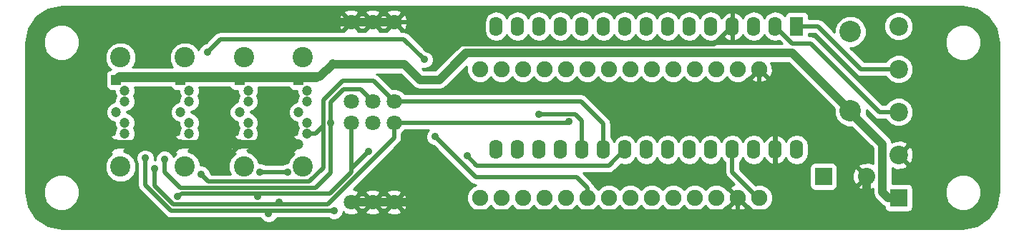
<source format=gbl>
G04 #@! TF.FileFunction,Copper,L2,Bot,Signal*
%FSLAX46Y46*%
G04 Gerber Fmt 4.6, Leading zero omitted, Abs format (unit mm)*
G04 Created by KiCad (PCBNEW 4.0.0-rc2-stable) date 23/12/2015 17:02:07*
%MOMM*%
G01*
G04 APERTURE LIST*
%ADD10C,0.150000*%
%ADD11C,2.540000*%
%ADD12R,1.574800X2.286000*%
%ADD13O,1.574800X2.286000*%
%ADD14C,1.900000*%
%ADD15R,2.032000X2.032000*%
%ADD16C,2.032000*%
%ADD17R,2.100580X2.100580*%
%ADD18C,2.199640*%
%ADD19C,2.400000*%
%ADD20R,1.200000X1.200000*%
%ADD21C,1.200000*%
%ADD22C,1.800000*%
%ADD23C,0.889000*%
%ADD24C,0.508000*%
%ADD25C,1.000000*%
%ADD26C,0.254000*%
G04 APERTURE END LIST*
D10*
D11*
X171865000Y-12870000D03*
X171865000Y-22268000D03*
D12*
X165515000Y-12235000D03*
D13*
X162975000Y-12235000D03*
X160435000Y-12235000D03*
X157895000Y-12235000D03*
X155355000Y-12235000D03*
X152815000Y-12235000D03*
X150275000Y-12235000D03*
X147735000Y-12235000D03*
X145195000Y-12235000D03*
X142655000Y-12235000D03*
X140115000Y-12235000D03*
X137575000Y-12235000D03*
X135035000Y-12235000D03*
X132495000Y-12235000D03*
X129955000Y-12235000D03*
X129955000Y-26840000D03*
X132495000Y-26840000D03*
X135035000Y-26840000D03*
X137575000Y-26840000D03*
X140115000Y-26840000D03*
X142655000Y-26840000D03*
X145195000Y-26840000D03*
X147735000Y-26840000D03*
X150275000Y-26840000D03*
X152815000Y-26840000D03*
X155355000Y-26840000D03*
X157895000Y-26840000D03*
X160435000Y-26840000D03*
X162975000Y-26840000D03*
X165515000Y-26840000D03*
D14*
X158530000Y-17315000D03*
X155990000Y-17315000D03*
X153450000Y-17315000D03*
X150910000Y-17315000D03*
X148370000Y-17315000D03*
X145830000Y-17315000D03*
X143290000Y-17315000D03*
X140750000Y-17315000D03*
X138210000Y-17315000D03*
X135670000Y-17315000D03*
X133130000Y-17315000D03*
X130590000Y-17315000D03*
X128050000Y-17315000D03*
X128050000Y-32555000D03*
X130590000Y-32555000D03*
X133130000Y-32555000D03*
X135670000Y-32555000D03*
X138210000Y-32555000D03*
X140750000Y-32555000D03*
X143290000Y-32555000D03*
X145830000Y-32555000D03*
X148370000Y-32555000D03*
X150910000Y-32555000D03*
X153450000Y-32555000D03*
X155990000Y-32555000D03*
X158530000Y-32555000D03*
X161070000Y-32555000D03*
X161070000Y-17315000D03*
D15*
X168690000Y-30015000D03*
D16*
X173770000Y-30015000D03*
D17*
X177580000Y-32555000D03*
D18*
X177580000Y-27475000D03*
X177580000Y-22395000D03*
X177580000Y-17315000D03*
X177580000Y-12235000D03*
D19*
X107095000Y-28875000D03*
D20*
X106595000Y-18585000D03*
D21*
X107595000Y-19855000D03*
X107595000Y-21125000D03*
X106595000Y-22395000D03*
X107595000Y-23665000D03*
X107595000Y-24935000D03*
X106595000Y-26205000D03*
D19*
X107095000Y-15915000D03*
X100110000Y-28875000D03*
D20*
X99610000Y-18585000D03*
D21*
X100610000Y-19855000D03*
X100610000Y-21125000D03*
X99610000Y-22395000D03*
X100610000Y-23665000D03*
X100610000Y-24935000D03*
X99610000Y-26205000D03*
D19*
X100110000Y-15915000D03*
X93125000Y-28875000D03*
D20*
X92625000Y-18585000D03*
D21*
X93625000Y-19855000D03*
X93625000Y-21125000D03*
X92625000Y-22395000D03*
X93625000Y-23665000D03*
X93625000Y-24935000D03*
X92625000Y-26205000D03*
D19*
X93125000Y-15915000D03*
X85505000Y-28875000D03*
D20*
X85005000Y-18585000D03*
D21*
X86005000Y-19855000D03*
X86005000Y-21125000D03*
X85005000Y-22395000D03*
X86005000Y-23665000D03*
X86005000Y-24935000D03*
X85005000Y-26205000D03*
D19*
X85505000Y-15915000D03*
D22*
X112810000Y-21125000D03*
X112810000Y-11727000D03*
X115350000Y-21125000D03*
X115350000Y-11727000D03*
X117890000Y-21125000D03*
X117890000Y-11727000D03*
X112810000Y-23665000D03*
X112810000Y-33063000D03*
X115350000Y-23665000D03*
X115350000Y-33063000D03*
X117890000Y-23665000D03*
X117890000Y-33063000D03*
D23*
X102015000Y-29507000D03*
X105317000Y-29507000D03*
X135035000Y-22649000D03*
X90712000Y-27983000D03*
X110397000Y-23665000D03*
X95030000Y-29761000D03*
X126526000Y-27602000D03*
X114842000Y-27094000D03*
X101761000Y-32428000D03*
X92236000Y-32428000D03*
X122716000Y-25316000D03*
X110778000Y-34079000D03*
X103031000Y-34460000D03*
X88426000Y-27856000D03*
X138591000Y-23538000D03*
X104301000Y-33063000D03*
X89569000Y-29126000D03*
X121446000Y-16172000D03*
X95792000Y-15283000D03*
D24*
X117890000Y-11727000D02*
X121573000Y-11727000D01*
X121573000Y-11727000D02*
X124240000Y-14394000D01*
X124240000Y-14394000D02*
X155736000Y-14394000D01*
X155736000Y-14394000D02*
X157895000Y-12235000D01*
X162975000Y-26840000D02*
X162975000Y-21887000D01*
X161070000Y-19982000D02*
X161070000Y-17315000D01*
X162975000Y-21887000D02*
X161070000Y-19982000D01*
X158530000Y-32555000D02*
X158530000Y-34206000D01*
X158530000Y-34206000D02*
X158530000Y-34333000D01*
X158530000Y-34333000D02*
X158530000Y-34206000D01*
D25*
X173770000Y-30015000D02*
X173770000Y-32555000D01*
X119668000Y-33063000D02*
X117890000Y-33063000D01*
X121446000Y-34841000D02*
X119668000Y-33063000D01*
X171484000Y-34841000D02*
X121446000Y-34841000D01*
X173770000Y-32555000D02*
X171484000Y-34841000D01*
X112810000Y-33063000D02*
X117890000Y-33063000D01*
X99610000Y-26205000D02*
X106595000Y-26205000D01*
X85005000Y-26205000D02*
X85124000Y-26205000D01*
X85124000Y-26205000D02*
X99610000Y-26205000D01*
X117890000Y-11727000D02*
X85632000Y-11727000D01*
X83346000Y-14013000D02*
X83346000Y-25570000D01*
X85632000Y-11727000D02*
X83346000Y-14013000D01*
X83346000Y-25570000D02*
X83981000Y-26205000D01*
X83981000Y-26205000D02*
X85005000Y-26205000D01*
D24*
X162975000Y-26840000D02*
X162975000Y-25824000D01*
X85005000Y-26205000D02*
X83981000Y-26205000D01*
X86902000Y-11727000D02*
X112810000Y-11727000D01*
X83346000Y-25570000D02*
X83346000Y-15283000D01*
X83346000Y-15283000D02*
X86902000Y-11727000D01*
X83981000Y-26205000D02*
X83346000Y-25570000D01*
X161959000Y-34206000D02*
X171992000Y-34206000D01*
X173770000Y-32428000D02*
X173770000Y-30015000D01*
X171992000Y-34206000D02*
X173770000Y-32428000D01*
X138083000Y-34206000D02*
X158530000Y-34206000D01*
X158530000Y-34206000D02*
X161959000Y-34206000D01*
X161959000Y-34206000D02*
X162594000Y-34206000D01*
X162975000Y-33825000D02*
X162975000Y-26840000D01*
X162594000Y-34206000D02*
X162975000Y-33825000D01*
X117890000Y-33063000D02*
X119922000Y-33063000D01*
X121065000Y-34206000D02*
X138083000Y-34206000D01*
X119922000Y-33063000D02*
X121065000Y-34206000D01*
X115350000Y-33063000D02*
X117890000Y-33063000D01*
X112810000Y-33063000D02*
X115350000Y-33063000D01*
X92625000Y-26205000D02*
X99610000Y-26205000D01*
X85005000Y-26205000D02*
X92625000Y-26205000D01*
X115350000Y-11727000D02*
X117890000Y-11727000D01*
X112810000Y-11727000D02*
X115350000Y-11727000D01*
X161070000Y-32555000D02*
X160943000Y-32555000D01*
X160943000Y-32555000D02*
X157895000Y-29507000D01*
X157895000Y-29507000D02*
X157895000Y-26840000D01*
X105317000Y-29507000D02*
X102015000Y-29507000D01*
D25*
X110651000Y-16743500D02*
X119096500Y-16743500D01*
X119096500Y-16743500D02*
X120938000Y-18585000D01*
X120938000Y-18585000D02*
X123224000Y-18585000D01*
X123224000Y-18585000D02*
X126399000Y-15410000D01*
X126399000Y-15410000D02*
X165007000Y-15410000D01*
X165007000Y-15410000D02*
X171865000Y-22268000D01*
D24*
X110587500Y-16743500D02*
X110651000Y-16743500D01*
X165007000Y-15410000D02*
X171865000Y-22268000D01*
X126780000Y-15410000D02*
X165007000Y-15410000D01*
X123605000Y-18585000D02*
X126780000Y-15410000D01*
X120938000Y-18585000D02*
X123605000Y-18585000D01*
X119096500Y-16743500D02*
X120938000Y-18585000D01*
D25*
X171865000Y-22395000D02*
X174913000Y-25443000D01*
X175675000Y-26205000D02*
X175675000Y-31920000D01*
X174913000Y-25443000D02*
X175675000Y-26205000D01*
X175675000Y-31920000D02*
X176310000Y-32555000D01*
X176310000Y-32555000D02*
X177580000Y-32555000D01*
X89061000Y-18204000D02*
X109127000Y-18204000D01*
X109127000Y-18204000D02*
X110587500Y-16743500D01*
X110587500Y-16743500D02*
X110651000Y-16680000D01*
X85005000Y-18585000D02*
X85005000Y-18577000D01*
X85005000Y-18577000D02*
X85378000Y-18204000D01*
X85378000Y-18204000D02*
X89061000Y-18204000D01*
X89061000Y-18204000D02*
X92244000Y-18204000D01*
X92244000Y-18204000D02*
X92625000Y-18585000D01*
D24*
X106595000Y-18585000D02*
X108746000Y-18585000D01*
X108746000Y-18585000D02*
X110651000Y-16680000D01*
X176310000Y-32555000D02*
X177580000Y-32555000D01*
X175675000Y-31920000D02*
X176310000Y-32555000D01*
X99610000Y-18585000D02*
X106595000Y-18585000D01*
X92625000Y-18585000D02*
X99610000Y-18585000D01*
X85005000Y-18585000D02*
X92625000Y-18585000D01*
X140115000Y-23411000D02*
X140115000Y-26840000D01*
X139353000Y-22649000D02*
X140115000Y-23411000D01*
X135035000Y-22649000D02*
X139353000Y-22649000D01*
X110397000Y-23665000D02*
X110397000Y-29634000D01*
X90712000Y-29507000D02*
X90712000Y-27983000D01*
X92616998Y-31411998D02*
X90712000Y-29507000D01*
X108619002Y-31411998D02*
X92616998Y-31411998D01*
X110397000Y-29634000D02*
X108619002Y-31411998D01*
X112302000Y-19728000D02*
X111921000Y-19728000D01*
X110397000Y-21252000D02*
X110397000Y-23665000D01*
X111921000Y-19728000D02*
X110397000Y-21252000D01*
X113953000Y-19728000D02*
X115350000Y-21125000D01*
X112302000Y-19728000D02*
X113953000Y-19728000D01*
X117890000Y-21125000D02*
X139988000Y-21125000D01*
X142655000Y-23792000D02*
X142655000Y-26840000D01*
X139988000Y-21125000D02*
X142655000Y-23792000D01*
X98840000Y-30650000D02*
X95919000Y-30650000D01*
X95919000Y-30650000D02*
X95030000Y-29761000D01*
X99856000Y-30650000D02*
X98840000Y-30650000D01*
X109508000Y-24046000D02*
X109508000Y-28999000D01*
X107857000Y-30650000D02*
X99856000Y-30650000D01*
X109508000Y-28999000D02*
X107857000Y-30650000D01*
X107595000Y-24935000D02*
X108619000Y-24935000D01*
X115477000Y-18712000D02*
X117890000Y-21125000D01*
X111794000Y-18712000D02*
X115477000Y-18712000D01*
X109508000Y-20998000D02*
X111794000Y-18712000D01*
X109508000Y-24046000D02*
X109508000Y-20998000D01*
X108619000Y-24935000D02*
X109508000Y-24046000D01*
X143290000Y-28745000D02*
X145195000Y-26840000D01*
X127669000Y-28745000D02*
X143290000Y-28745000D01*
X126526000Y-27602000D02*
X127669000Y-28745000D01*
X112810000Y-29380000D02*
X112810000Y-29126000D01*
X112810000Y-29126000D02*
X114842000Y-27094000D01*
X101380000Y-32047000D02*
X100745000Y-32047000D01*
X101761000Y-32428000D02*
X101380000Y-32047000D01*
X92236000Y-32428000D02*
X92363000Y-32428000D01*
X92363000Y-32428000D02*
X92744000Y-32047000D01*
X92744000Y-32047000D02*
X100745000Y-32047000D01*
X112810000Y-29507000D02*
X112810000Y-29380000D01*
X112810000Y-29380000D02*
X112810000Y-23665000D01*
X110270000Y-32047000D02*
X112810000Y-29507000D01*
X100745000Y-32047000D02*
X102142000Y-32047000D01*
X102142000Y-32047000D02*
X110270000Y-32047000D01*
X140750000Y-32555000D02*
X140750000Y-31412000D01*
X127542000Y-30142000D02*
X122716000Y-25316000D01*
X139480000Y-30142000D02*
X127542000Y-30142000D01*
X140750000Y-31412000D02*
X139480000Y-30142000D01*
X105825000Y-34079000D02*
X110778000Y-34079000D01*
X103412000Y-34079000D02*
X105825000Y-34079000D01*
X103031000Y-34460000D02*
X103412000Y-34079000D01*
X88426000Y-27856000D02*
X88426000Y-31031000D01*
X103920000Y-34079000D02*
X105825000Y-34079000D01*
X88426000Y-31031000D02*
X91474000Y-34079000D01*
X91474000Y-34079000D02*
X103539000Y-34079000D01*
X103539000Y-34079000D02*
X103920000Y-34079000D01*
X138464000Y-23665000D02*
X117890000Y-23665000D01*
X138591000Y-23538000D02*
X138464000Y-23665000D01*
X104555000Y-33317000D02*
X106206000Y-33317000D01*
X104301000Y-33063000D02*
X104555000Y-33317000D01*
X89569000Y-29126000D02*
X89569000Y-31158000D01*
X105698000Y-33317000D02*
X106206000Y-33317000D01*
X91728000Y-33317000D02*
X105698000Y-33317000D01*
X89569000Y-31158000D02*
X91728000Y-33317000D01*
X110016000Y-33317000D02*
X117890000Y-25443000D01*
X117890000Y-25443000D02*
X117890000Y-23665000D01*
X106206000Y-33317000D02*
X110016000Y-33317000D01*
X150275000Y-26840000D02*
X150275000Y-26332000D01*
X165515000Y-12235000D02*
X168055000Y-12235000D01*
X173135000Y-17315000D02*
X177580000Y-17315000D01*
X168055000Y-12235000D02*
X173135000Y-17315000D01*
X177580000Y-22395000D02*
X175294000Y-22395000D01*
X165007000Y-14267000D02*
X162975000Y-12235000D01*
X167166000Y-14267000D02*
X165007000Y-14267000D01*
X175294000Y-22395000D02*
X167166000Y-14267000D01*
X121446000Y-16172000D02*
X119033000Y-13759000D01*
X97316000Y-13759000D02*
X95792000Y-15283000D01*
X119033000Y-13759000D02*
X118652000Y-13759000D01*
X118652000Y-13759000D02*
X97316000Y-13759000D01*
D26*
G36*
X186821938Y-10224296D02*
X188196951Y-11143051D01*
X189115704Y-12518062D01*
X189454500Y-14221303D01*
X189454500Y-31838697D01*
X189115704Y-33541938D01*
X188196951Y-34916949D01*
X186821938Y-35835704D01*
X185118697Y-36174500D01*
X78601303Y-36174500D01*
X76898062Y-35835704D01*
X75523051Y-34916951D01*
X74604296Y-33541938D01*
X74365776Y-32342815D01*
X76384630Y-32342815D01*
X76708980Y-33127800D01*
X77309041Y-33728909D01*
X78093459Y-34054628D01*
X78942815Y-34055370D01*
X79727800Y-33731020D01*
X80328909Y-33130959D01*
X80654628Y-32346541D01*
X80655370Y-31497185D01*
X80331020Y-30712200D01*
X79730959Y-30111091D01*
X78946541Y-29785372D01*
X78097185Y-29784630D01*
X77312200Y-30108980D01*
X76711091Y-30709041D01*
X76385372Y-31493459D01*
X76384630Y-32342815D01*
X74365776Y-32342815D01*
X74265500Y-31838697D01*
X74265500Y-26036036D01*
X83757193Y-26036036D01*
X83787518Y-26526413D01*
X83916836Y-26838617D01*
X84142265Y-26888130D01*
X84825395Y-26205000D01*
X84142265Y-25521870D01*
X83916836Y-25571383D01*
X83757193Y-26036036D01*
X74265500Y-26036036D01*
X74265500Y-16278403D01*
X83669682Y-16278403D01*
X83948455Y-16953086D01*
X84343762Y-17349083D01*
X84169683Y-17381838D01*
X83953559Y-17520910D01*
X83808569Y-17733110D01*
X83757560Y-17985000D01*
X83757560Y-19185000D01*
X83801838Y-19420317D01*
X83940910Y-19636441D01*
X84153110Y-19781431D01*
X84405000Y-19832440D01*
X84770019Y-19832440D01*
X84769786Y-20099579D01*
X84931271Y-20490401D01*
X84770215Y-20878266D01*
X84769969Y-21159794D01*
X84760421Y-21159786D01*
X84306343Y-21347408D01*
X83958629Y-21694515D01*
X83770215Y-22148266D01*
X83769786Y-22639579D01*
X83957408Y-23093657D01*
X84304515Y-23441371D01*
X84758266Y-23629785D01*
X84770030Y-23629795D01*
X84769786Y-23909579D01*
X84931271Y-24300401D01*
X84770215Y-24688266D01*
X84769958Y-24982177D01*
X84683587Y-24987518D01*
X84371383Y-25116836D01*
X84321870Y-25342265D01*
X85005000Y-26025395D01*
X85019143Y-26011253D01*
X85198748Y-26190858D01*
X85184605Y-26205000D01*
X85198748Y-26219143D01*
X85019143Y-26398748D01*
X85005000Y-26384605D01*
X84321870Y-27067735D01*
X84371383Y-27293164D01*
X84461302Y-27324058D01*
X83950270Y-27834199D01*
X83670319Y-28508395D01*
X83669682Y-29238403D01*
X83948455Y-29913086D01*
X84464199Y-30429730D01*
X85138395Y-30709681D01*
X85868403Y-30710318D01*
X86543086Y-30431545D01*
X87059730Y-29915801D01*
X87339681Y-29241605D01*
X87340318Y-28511597D01*
X87061545Y-27836914D01*
X86545801Y-27320270D01*
X85924831Y-27062421D01*
X85983430Y-27003822D01*
X85867737Y-26888129D01*
X86093164Y-26838617D01*
X86252807Y-26373964D01*
X86240207Y-26170206D01*
X86249579Y-26170214D01*
X86574313Y-26036036D01*
X91377193Y-26036036D01*
X91407518Y-26526413D01*
X91536836Y-26838617D01*
X91762265Y-26888130D01*
X92445395Y-26205000D01*
X91762265Y-25521870D01*
X91536836Y-25571383D01*
X91377193Y-26036036D01*
X86574313Y-26036036D01*
X86703657Y-25982592D01*
X87051371Y-25635485D01*
X87239785Y-25181734D01*
X87240214Y-24690421D01*
X87078729Y-24299599D01*
X87239785Y-23911734D01*
X87240214Y-23420421D01*
X87052592Y-22966343D01*
X86705485Y-22618629D01*
X86251734Y-22430215D01*
X86239970Y-22430205D01*
X86240031Y-22360206D01*
X86249579Y-22360214D01*
X86703657Y-22172592D01*
X87051371Y-21825485D01*
X87239785Y-21371734D01*
X87240214Y-20880421D01*
X87078729Y-20489599D01*
X87239785Y-20101734D01*
X87240214Y-19610421D01*
X87183846Y-19474000D01*
X91456382Y-19474000D01*
X91560910Y-19636441D01*
X91773110Y-19781431D01*
X92025000Y-19832440D01*
X92390019Y-19832440D01*
X92389786Y-20099579D01*
X92551271Y-20490401D01*
X92390215Y-20878266D01*
X92389969Y-21159794D01*
X92380421Y-21159786D01*
X91926343Y-21347408D01*
X91578629Y-21694515D01*
X91390215Y-22148266D01*
X91389786Y-22639579D01*
X91577408Y-23093657D01*
X91924515Y-23441371D01*
X92378266Y-23629785D01*
X92390030Y-23629795D01*
X92389786Y-23909579D01*
X92551271Y-24300401D01*
X92390215Y-24688266D01*
X92389958Y-24982177D01*
X92303587Y-24987518D01*
X91991383Y-25116836D01*
X91941870Y-25342265D01*
X92625000Y-26025395D01*
X92639143Y-26011253D01*
X92818748Y-26190858D01*
X92804605Y-26205000D01*
X92818748Y-26219143D01*
X92639143Y-26398748D01*
X92625000Y-26384605D01*
X91941870Y-27067735D01*
X91991383Y-27293164D01*
X92081302Y-27324058D01*
X91746038Y-27658737D01*
X91627689Y-27372311D01*
X91324286Y-27068378D01*
X90927668Y-26903687D01*
X90498216Y-26903313D01*
X90101311Y-27067311D01*
X89797378Y-27370714D01*
X89632687Y-27767332D01*
X89632444Y-28046554D01*
X89505335Y-28046444D01*
X89505687Y-27642216D01*
X89341689Y-27245311D01*
X89038286Y-26941378D01*
X88641668Y-26776687D01*
X88212216Y-26776313D01*
X87815311Y-26940311D01*
X87511378Y-27243714D01*
X87346687Y-27640332D01*
X87346313Y-28069784D01*
X87510311Y-28466689D01*
X87537000Y-28493425D01*
X87537000Y-31031000D01*
X87604671Y-31371206D01*
X87701782Y-31516542D01*
X87797382Y-31659618D01*
X90845382Y-34707618D01*
X91133794Y-34900329D01*
X91474000Y-34968000D01*
X102072881Y-34968000D01*
X102115311Y-35070689D01*
X102418714Y-35374622D01*
X102815332Y-35539313D01*
X103244784Y-35539687D01*
X103641689Y-35375689D01*
X103945622Y-35072286D01*
X103988926Y-34968000D01*
X110140137Y-34968000D01*
X110165714Y-34993622D01*
X110562332Y-35158313D01*
X110991784Y-35158687D01*
X111388689Y-34994689D01*
X111692622Y-34691286D01*
X111857313Y-34294668D01*
X111857400Y-34195208D01*
X111909447Y-34143161D01*
X111995852Y-34399643D01*
X112569336Y-34609458D01*
X113179460Y-34583839D01*
X113624148Y-34399643D01*
X113710554Y-34143159D01*
X114449446Y-34143159D01*
X114535852Y-34399643D01*
X115109336Y-34609458D01*
X115719460Y-34583839D01*
X116164148Y-34399643D01*
X116250554Y-34143159D01*
X116989446Y-34143159D01*
X117075852Y-34399643D01*
X117649336Y-34609458D01*
X118259460Y-34583839D01*
X118704148Y-34399643D01*
X118790554Y-34143159D01*
X117890000Y-33242605D01*
X116989446Y-34143159D01*
X116250554Y-34143159D01*
X115350000Y-33242605D01*
X114449446Y-34143159D01*
X113710554Y-34143159D01*
X112810000Y-33242605D01*
X112795858Y-33256748D01*
X112616253Y-33077143D01*
X112630395Y-33063000D01*
X112989605Y-33063000D01*
X113890159Y-33963554D01*
X114080000Y-33899599D01*
X114269841Y-33963554D01*
X115170395Y-33063000D01*
X115529605Y-33063000D01*
X116430159Y-33963554D01*
X116620000Y-33899599D01*
X116809841Y-33963554D01*
X117710395Y-33063000D01*
X118069605Y-33063000D01*
X118970159Y-33963554D01*
X119226643Y-33877148D01*
X119436458Y-33303664D01*
X119410839Y-32693540D01*
X119226643Y-32248852D01*
X118970159Y-32162446D01*
X118069605Y-33063000D01*
X117710395Y-33063000D01*
X116809841Y-32162446D01*
X116620000Y-32226401D01*
X116430159Y-32162446D01*
X115529605Y-33063000D01*
X115170395Y-33063000D01*
X114269841Y-32162446D01*
X114080000Y-32226401D01*
X113890159Y-32162446D01*
X112989605Y-33063000D01*
X112630395Y-33063000D01*
X112616253Y-33048858D01*
X112795858Y-32869253D01*
X112810000Y-32883395D01*
X113710554Y-31982841D01*
X114449446Y-31982841D01*
X115350000Y-32883395D01*
X116250554Y-31982841D01*
X116989446Y-31982841D01*
X117890000Y-32883395D01*
X118790554Y-31982841D01*
X118704148Y-31726357D01*
X118130664Y-31516542D01*
X117520540Y-31542161D01*
X117075852Y-31726357D01*
X116989446Y-31982841D01*
X116250554Y-31982841D01*
X116164148Y-31726357D01*
X115590664Y-31516542D01*
X114980540Y-31542161D01*
X114535852Y-31726357D01*
X114449446Y-31982841D01*
X113710554Y-31982841D01*
X113624148Y-31726357D01*
X113067525Y-31522711D01*
X118518618Y-26071618D01*
X118711330Y-25783205D01*
X118779000Y-25443000D01*
X118779000Y-24946475D01*
X119172162Y-24554000D01*
X121951354Y-24554000D01*
X121801378Y-24703714D01*
X121636687Y-25100332D01*
X121636313Y-25529784D01*
X121800311Y-25926689D01*
X122103714Y-26230622D01*
X122500332Y-26395313D01*
X122538110Y-26395346D01*
X126913382Y-30770618D01*
X127201795Y-30963330D01*
X127542000Y-31031000D01*
X127587811Y-31031000D01*
X127153343Y-31210519D01*
X126707086Y-31655997D01*
X126465276Y-32238341D01*
X126464725Y-32868893D01*
X126705519Y-33451657D01*
X127150997Y-33897914D01*
X127733341Y-34139724D01*
X128363893Y-34140275D01*
X128946657Y-33899481D01*
X129320261Y-33526529D01*
X129690997Y-33897914D01*
X130273341Y-34139724D01*
X130903893Y-34140275D01*
X131486657Y-33899481D01*
X131860261Y-33526529D01*
X132230997Y-33897914D01*
X132813341Y-34139724D01*
X133443893Y-34140275D01*
X134026657Y-33899481D01*
X134400261Y-33526529D01*
X134770997Y-33897914D01*
X135353341Y-34139724D01*
X135983893Y-34140275D01*
X136566657Y-33899481D01*
X136940261Y-33526529D01*
X137310997Y-33897914D01*
X137893341Y-34139724D01*
X138523893Y-34140275D01*
X139106657Y-33899481D01*
X139480261Y-33526529D01*
X139850997Y-33897914D01*
X140433341Y-34139724D01*
X141063893Y-34140275D01*
X141646657Y-33899481D01*
X142020261Y-33526529D01*
X142390997Y-33897914D01*
X142973341Y-34139724D01*
X143603893Y-34140275D01*
X144186657Y-33899481D01*
X144560261Y-33526529D01*
X144930997Y-33897914D01*
X145513341Y-34139724D01*
X146143893Y-34140275D01*
X146726657Y-33899481D01*
X147100261Y-33526529D01*
X147470997Y-33897914D01*
X148053341Y-34139724D01*
X148683893Y-34140275D01*
X149266657Y-33899481D01*
X149640261Y-33526529D01*
X150010997Y-33897914D01*
X150593341Y-34139724D01*
X151223893Y-34140275D01*
X151806657Y-33899481D01*
X152180261Y-33526529D01*
X152550997Y-33897914D01*
X153133341Y-34139724D01*
X153763893Y-34140275D01*
X154346657Y-33899481D01*
X154720261Y-33526529D01*
X155090997Y-33897914D01*
X155673341Y-34139724D01*
X156303893Y-34140275D01*
X156886657Y-33899481D01*
X157115186Y-33671350D01*
X157593255Y-33671350D01*
X157685792Y-33933019D01*
X158277398Y-34151188D01*
X158907461Y-34126352D01*
X159374208Y-33933019D01*
X159466745Y-33671350D01*
X158530000Y-32734605D01*
X157593255Y-33671350D01*
X157115186Y-33671350D01*
X157326116Y-33460789D01*
X157413650Y-33491745D01*
X158350395Y-32555000D01*
X157413650Y-31618255D01*
X157325561Y-31649407D01*
X156889003Y-31212086D01*
X156306659Y-30970276D01*
X155676107Y-30969725D01*
X155093343Y-31210519D01*
X154719739Y-31583471D01*
X154349003Y-31212086D01*
X153766659Y-30970276D01*
X153136107Y-30969725D01*
X152553343Y-31210519D01*
X152179739Y-31583471D01*
X151809003Y-31212086D01*
X151226659Y-30970276D01*
X150596107Y-30969725D01*
X150013343Y-31210519D01*
X149639739Y-31583471D01*
X149269003Y-31212086D01*
X148686659Y-30970276D01*
X148056107Y-30969725D01*
X147473343Y-31210519D01*
X147099739Y-31583471D01*
X146729003Y-31212086D01*
X146146659Y-30970276D01*
X145516107Y-30969725D01*
X144933343Y-31210519D01*
X144559739Y-31583471D01*
X144189003Y-31212086D01*
X143606659Y-30970276D01*
X142976107Y-30969725D01*
X142393343Y-31210519D01*
X142019739Y-31583471D01*
X141649003Y-31212086D01*
X141594754Y-31189560D01*
X141571329Y-31071794D01*
X141378618Y-30783382D01*
X140229236Y-29634000D01*
X143290000Y-29634000D01*
X143630206Y-29566329D01*
X143918618Y-29373618D01*
X144731583Y-28560653D01*
X145195000Y-28652833D01*
X145739329Y-28544559D01*
X146200789Y-28236222D01*
X146465000Y-27840801D01*
X146729211Y-28236222D01*
X147190671Y-28544559D01*
X147735000Y-28652833D01*
X148279329Y-28544559D01*
X148740789Y-28236222D01*
X149005000Y-27840801D01*
X149269211Y-28236222D01*
X149730671Y-28544559D01*
X150275000Y-28652833D01*
X150819329Y-28544559D01*
X151280789Y-28236222D01*
X151545000Y-27840801D01*
X151809211Y-28236222D01*
X152270671Y-28544559D01*
X152815000Y-28652833D01*
X153359329Y-28544559D01*
X153820789Y-28236222D01*
X154085000Y-27840801D01*
X154349211Y-28236222D01*
X154810671Y-28544559D01*
X155355000Y-28652833D01*
X155899329Y-28544559D01*
X156360789Y-28236222D01*
X156625000Y-27840801D01*
X156889211Y-28236222D01*
X157006000Y-28314258D01*
X157006000Y-29507000D01*
X157073671Y-29847206D01*
X157158530Y-29974206D01*
X157266382Y-30135618D01*
X158125579Y-30994815D01*
X157685792Y-31176981D01*
X157593255Y-31438650D01*
X158530000Y-32375395D01*
X158544143Y-32361253D01*
X158723748Y-32540858D01*
X158709605Y-32555000D01*
X159646350Y-33491745D01*
X159734439Y-33460593D01*
X160170997Y-33897914D01*
X160753341Y-34139724D01*
X161383893Y-34140275D01*
X161966657Y-33899481D01*
X162412914Y-33454003D01*
X162654724Y-32871659D01*
X162655275Y-32241107D01*
X162414481Y-31658343D01*
X161969003Y-31212086D01*
X161386659Y-30970276D01*
X160756107Y-30969725D01*
X160656230Y-31010994D01*
X158784000Y-29138764D01*
X158784000Y-28999000D01*
X167026560Y-28999000D01*
X167026560Y-31031000D01*
X167070838Y-31266317D01*
X167209910Y-31482441D01*
X167422110Y-31627431D01*
X167674000Y-31678440D01*
X169706000Y-31678440D01*
X169941317Y-31634162D01*
X170157441Y-31495090D01*
X170302431Y-31282890D01*
X170353440Y-31031000D01*
X170353440Y-29746642D01*
X172108184Y-29746642D01*
X172131986Y-30403019D01*
X172337378Y-30898880D01*
X172605893Y-30999502D01*
X173590395Y-30015000D01*
X172605893Y-29030498D01*
X172337378Y-29131120D01*
X172108184Y-29746642D01*
X170353440Y-29746642D01*
X170353440Y-28999000D01*
X170309162Y-28763683D01*
X170170090Y-28547559D01*
X169957890Y-28402569D01*
X169706000Y-28351560D01*
X167674000Y-28351560D01*
X167438683Y-28395838D01*
X167222559Y-28534910D01*
X167077569Y-28747110D01*
X167026560Y-28999000D01*
X158784000Y-28999000D01*
X158784000Y-28314258D01*
X158900789Y-28236222D01*
X159165000Y-27840801D01*
X159429211Y-28236222D01*
X159890671Y-28544559D01*
X160435000Y-28652833D01*
X160979329Y-28544559D01*
X161440789Y-28236222D01*
X161704754Y-27841170D01*
X161709475Y-27857262D01*
X162059014Y-28291191D01*
X162548004Y-28558327D01*
X162627940Y-28575010D01*
X162848000Y-28452852D01*
X162848000Y-26967000D01*
X162828000Y-26967000D01*
X162828000Y-26713000D01*
X162848000Y-26713000D01*
X162848000Y-25227148D01*
X163102000Y-25227148D01*
X163102000Y-26713000D01*
X163122000Y-26713000D01*
X163122000Y-26967000D01*
X163102000Y-26967000D01*
X163102000Y-28452852D01*
X163322060Y-28575010D01*
X163401996Y-28558327D01*
X163890986Y-28291191D01*
X164240525Y-27857262D01*
X164245246Y-27841170D01*
X164509211Y-28236222D01*
X164970671Y-28544559D01*
X165515000Y-28652833D01*
X166059329Y-28544559D01*
X166520789Y-28236222D01*
X166829126Y-27774762D01*
X166937400Y-27230433D01*
X166937400Y-26449567D01*
X166829126Y-25905238D01*
X166520789Y-25443778D01*
X166059329Y-25135441D01*
X165515000Y-25027167D01*
X164970671Y-25135441D01*
X164509211Y-25443778D01*
X164245246Y-25838830D01*
X164240525Y-25822738D01*
X163890986Y-25388809D01*
X163401996Y-25121673D01*
X163322060Y-25104990D01*
X163102000Y-25227148D01*
X162848000Y-25227148D01*
X162627940Y-25104990D01*
X162548004Y-25121673D01*
X162059014Y-25388809D01*
X161709475Y-25822738D01*
X161704754Y-25838830D01*
X161440789Y-25443778D01*
X160979329Y-25135441D01*
X160435000Y-25027167D01*
X159890671Y-25135441D01*
X159429211Y-25443778D01*
X159165000Y-25839199D01*
X158900789Y-25443778D01*
X158439329Y-25135441D01*
X157895000Y-25027167D01*
X157350671Y-25135441D01*
X156889211Y-25443778D01*
X156625000Y-25839199D01*
X156360789Y-25443778D01*
X155899329Y-25135441D01*
X155355000Y-25027167D01*
X154810671Y-25135441D01*
X154349211Y-25443778D01*
X154085000Y-25839199D01*
X153820789Y-25443778D01*
X153359329Y-25135441D01*
X152815000Y-25027167D01*
X152270671Y-25135441D01*
X151809211Y-25443778D01*
X151545000Y-25839199D01*
X151280789Y-25443778D01*
X150819329Y-25135441D01*
X150275000Y-25027167D01*
X149730671Y-25135441D01*
X149269211Y-25443778D01*
X149005000Y-25839199D01*
X148740789Y-25443778D01*
X148279329Y-25135441D01*
X147735000Y-25027167D01*
X147190671Y-25135441D01*
X146729211Y-25443778D01*
X146465000Y-25839199D01*
X146200789Y-25443778D01*
X145739329Y-25135441D01*
X145195000Y-25027167D01*
X144650671Y-25135441D01*
X144189211Y-25443778D01*
X143925000Y-25839199D01*
X143660789Y-25443778D01*
X143544000Y-25365742D01*
X143544000Y-23792000D01*
X143511734Y-23629785D01*
X143476330Y-23451795D01*
X143283618Y-23163382D01*
X140616618Y-20496382D01*
X140328206Y-20303671D01*
X139988000Y-20236000D01*
X119171475Y-20236000D01*
X118760643Y-19824449D01*
X118196670Y-19590267D01*
X117611994Y-19589758D01*
X116105618Y-18083382D01*
X115915549Y-17956382D01*
X115817206Y-17890671D01*
X115756018Y-17878500D01*
X118626368Y-17878500D01*
X120135434Y-19387566D01*
X120503654Y-19633603D01*
X120938000Y-19720000D01*
X123224000Y-19720000D01*
X123658346Y-19633603D01*
X124026566Y-19387566D01*
X124133853Y-19280279D01*
X124233618Y-19213618D01*
X126476908Y-16970328D01*
X126465276Y-16998341D01*
X126464725Y-17628893D01*
X126705519Y-18211657D01*
X127150997Y-18657914D01*
X127733341Y-18899724D01*
X128363893Y-18900275D01*
X128946657Y-18659481D01*
X129320261Y-18286529D01*
X129690997Y-18657914D01*
X130273341Y-18899724D01*
X130903893Y-18900275D01*
X131486657Y-18659481D01*
X131860261Y-18286529D01*
X132230997Y-18657914D01*
X132813341Y-18899724D01*
X133443893Y-18900275D01*
X134026657Y-18659481D01*
X134400261Y-18286529D01*
X134770997Y-18657914D01*
X135353341Y-18899724D01*
X135983893Y-18900275D01*
X136566657Y-18659481D01*
X136940261Y-18286529D01*
X137310997Y-18657914D01*
X137893341Y-18899724D01*
X138523893Y-18900275D01*
X139106657Y-18659481D01*
X139480261Y-18286529D01*
X139850997Y-18657914D01*
X140433341Y-18899724D01*
X141063893Y-18900275D01*
X141646657Y-18659481D01*
X142020261Y-18286529D01*
X142390997Y-18657914D01*
X142973341Y-18899724D01*
X143603893Y-18900275D01*
X144186657Y-18659481D01*
X144560261Y-18286529D01*
X144930997Y-18657914D01*
X145513341Y-18899724D01*
X146143893Y-18900275D01*
X146726657Y-18659481D01*
X147100261Y-18286529D01*
X147470997Y-18657914D01*
X148053341Y-18899724D01*
X148683893Y-18900275D01*
X149266657Y-18659481D01*
X149640261Y-18286529D01*
X150010997Y-18657914D01*
X150593341Y-18899724D01*
X151223893Y-18900275D01*
X151806657Y-18659481D01*
X152180261Y-18286529D01*
X152550997Y-18657914D01*
X153133341Y-18899724D01*
X153763893Y-18900275D01*
X154346657Y-18659481D01*
X154720261Y-18286529D01*
X155090997Y-18657914D01*
X155673341Y-18899724D01*
X156303893Y-18900275D01*
X156886657Y-18659481D01*
X157260261Y-18286529D01*
X157630997Y-18657914D01*
X158213341Y-18899724D01*
X158843893Y-18900275D01*
X159426657Y-18659481D01*
X159655186Y-18431350D01*
X160133255Y-18431350D01*
X160225792Y-18693019D01*
X160817398Y-18911188D01*
X161447461Y-18886352D01*
X161914208Y-18693019D01*
X162006745Y-18431350D01*
X161070000Y-17494605D01*
X160133255Y-18431350D01*
X159655186Y-18431350D01*
X159866116Y-18220789D01*
X159953650Y-18251745D01*
X160890395Y-17315000D01*
X160876253Y-17300858D01*
X161055858Y-17121253D01*
X161070000Y-17135395D01*
X161084143Y-17121253D01*
X161263748Y-17300858D01*
X161249605Y-17315000D01*
X162186350Y-18251745D01*
X162448019Y-18159208D01*
X162666188Y-17567602D01*
X162641352Y-16937539D01*
X162478757Y-16545000D01*
X164536868Y-16545000D01*
X169960261Y-21968393D01*
X169959670Y-22645265D01*
X170249078Y-23345686D01*
X170784495Y-23882039D01*
X171484410Y-24172668D01*
X172038020Y-24173152D01*
X174540000Y-26675132D01*
X174540000Y-28539974D01*
X174038358Y-28353184D01*
X173381981Y-28376986D01*
X172886120Y-28582378D01*
X172785498Y-28850893D01*
X173770000Y-29835395D01*
X173784143Y-29821253D01*
X173963748Y-30000858D01*
X173949605Y-30015000D01*
X173963748Y-30029143D01*
X173784143Y-30208748D01*
X173770000Y-30194605D01*
X172785498Y-31179107D01*
X172886120Y-31447622D01*
X173501642Y-31676816D01*
X174158019Y-31653014D01*
X174540000Y-31494793D01*
X174540000Y-31920000D01*
X174626397Y-32354346D01*
X174726204Y-32503717D01*
X174872434Y-32722566D01*
X175507434Y-33357566D01*
X175875655Y-33603604D01*
X175882270Y-33604920D01*
X175882270Y-33605290D01*
X175926548Y-33840607D01*
X176065620Y-34056731D01*
X176277820Y-34201721D01*
X176529710Y-34252730D01*
X178630290Y-34252730D01*
X178865607Y-34208452D01*
X179081731Y-34069380D01*
X179226721Y-33857180D01*
X179277730Y-33605290D01*
X179277730Y-32342815D01*
X183064630Y-32342815D01*
X183388980Y-33127800D01*
X183989041Y-33728909D01*
X184773459Y-34054628D01*
X185622815Y-34055370D01*
X186407800Y-33731020D01*
X187008909Y-33130959D01*
X187334628Y-32346541D01*
X187335370Y-31497185D01*
X187011020Y-30712200D01*
X186410959Y-30111091D01*
X185626541Y-29785372D01*
X184777185Y-29784630D01*
X183992200Y-30108980D01*
X183391091Y-30709041D01*
X183065372Y-31493459D01*
X183064630Y-32342815D01*
X179277730Y-32342815D01*
X179277730Y-31504710D01*
X179233452Y-31269393D01*
X179094380Y-31053269D01*
X178882180Y-30908279D01*
X178630290Y-30857270D01*
X176810000Y-30857270D01*
X176810000Y-29038795D01*
X177291637Y-29220143D01*
X177981425Y-29197654D01*
X178514250Y-28976951D01*
X178625132Y-28699737D01*
X177580000Y-27654605D01*
X177565858Y-27668748D01*
X177386253Y-27489143D01*
X177400395Y-27475000D01*
X177759605Y-27475000D01*
X178804737Y-28520132D01*
X179081951Y-28409250D01*
X179325143Y-27763363D01*
X179302654Y-27073575D01*
X179081951Y-26540750D01*
X178804737Y-26429868D01*
X177759605Y-27475000D01*
X177400395Y-27475000D01*
X177386253Y-27460858D01*
X177565858Y-27281253D01*
X177580000Y-27295395D01*
X178625132Y-26250263D01*
X178514250Y-25973049D01*
X177868363Y-25729857D01*
X177178575Y-25752346D01*
X176754871Y-25927850D01*
X176723603Y-25770654D01*
X176477566Y-25402434D01*
X173756187Y-22681055D01*
X173769668Y-22648590D01*
X173770122Y-22128358D01*
X174665382Y-23023618D01*
X174953794Y-23216329D01*
X175294000Y-23284000D01*
X176070250Y-23284000D01*
X176108434Y-23376413D01*
X176596020Y-23864851D01*
X177233409Y-24129518D01*
X177923563Y-24130120D01*
X178561413Y-23866566D01*
X179049851Y-23378980D01*
X179314518Y-22741591D01*
X179315120Y-22051437D01*
X179051566Y-21413587D01*
X178563980Y-20925149D01*
X177926591Y-20660482D01*
X177236437Y-20659880D01*
X176598587Y-20923434D01*
X176110149Y-21411020D01*
X176070710Y-21506000D01*
X175662236Y-21506000D01*
X167794618Y-13638382D01*
X167781909Y-13629890D01*
X167506206Y-13445671D01*
X167166000Y-13378000D01*
X166949840Y-13378000D01*
X166949840Y-13124000D01*
X167686764Y-13124000D01*
X172506382Y-17943618D01*
X172794794Y-18136329D01*
X173135000Y-18204000D01*
X176070250Y-18204000D01*
X176108434Y-18296413D01*
X176596020Y-18784851D01*
X177233409Y-19049518D01*
X177923563Y-19050120D01*
X178561413Y-18786566D01*
X179049851Y-18298980D01*
X179314518Y-17661591D01*
X179315120Y-16971437D01*
X179051566Y-16333587D01*
X178563980Y-15845149D01*
X177926591Y-15580482D01*
X177236437Y-15579880D01*
X176598587Y-15843434D01*
X176110149Y-16331020D01*
X176070710Y-16426000D01*
X173503236Y-16426000D01*
X171852225Y-14774989D01*
X172242265Y-14775330D01*
X172756590Y-14562815D01*
X183064630Y-14562815D01*
X183388980Y-15347800D01*
X183989041Y-15948909D01*
X184773459Y-16274628D01*
X185622815Y-16275370D01*
X186407800Y-15951020D01*
X187008909Y-15350959D01*
X187334628Y-14566541D01*
X187335370Y-13717185D01*
X187011020Y-12932200D01*
X186410959Y-12331091D01*
X185626541Y-12005372D01*
X184777185Y-12004630D01*
X183992200Y-12328980D01*
X183391091Y-12929041D01*
X183065372Y-13713459D01*
X183064630Y-14562815D01*
X172756590Y-14562815D01*
X172942686Y-14485922D01*
X173479039Y-13950505D01*
X173769668Y-13250590D01*
X173770255Y-12578563D01*
X175844880Y-12578563D01*
X176108434Y-13216413D01*
X176596020Y-13704851D01*
X177233409Y-13969518D01*
X177923563Y-13970120D01*
X178561413Y-13706566D01*
X179049851Y-13218980D01*
X179314518Y-12581591D01*
X179315120Y-11891437D01*
X179051566Y-11253587D01*
X178563980Y-10765149D01*
X177926591Y-10500482D01*
X177236437Y-10499880D01*
X176598587Y-10763434D01*
X176110149Y-11251020D01*
X175845482Y-11888409D01*
X175844880Y-12578563D01*
X173770255Y-12578563D01*
X173770330Y-12492735D01*
X173480922Y-11792314D01*
X172945505Y-11255961D01*
X172245590Y-10965332D01*
X171487735Y-10964670D01*
X170787314Y-11254078D01*
X170250961Y-11789495D01*
X169960332Y-12489410D01*
X169959988Y-12882752D01*
X168683618Y-11606382D01*
X168538757Y-11509589D01*
X168395206Y-11413671D01*
X168055000Y-11346000D01*
X166949840Y-11346000D01*
X166949840Y-11092000D01*
X166905562Y-10856683D01*
X166766490Y-10640559D01*
X166554290Y-10495569D01*
X166302400Y-10444560D01*
X164727600Y-10444560D01*
X164492283Y-10488838D01*
X164276159Y-10627910D01*
X164131169Y-10840110D01*
X164096400Y-11011803D01*
X163980789Y-10838778D01*
X163519329Y-10530441D01*
X162975000Y-10422167D01*
X162430671Y-10530441D01*
X161969211Y-10838778D01*
X161705000Y-11234199D01*
X161440789Y-10838778D01*
X160979329Y-10530441D01*
X160435000Y-10422167D01*
X159890671Y-10530441D01*
X159429211Y-10838778D01*
X159165246Y-11233830D01*
X159160525Y-11217738D01*
X158810986Y-10783809D01*
X158321996Y-10516673D01*
X158242060Y-10499990D01*
X158022000Y-10622148D01*
X158022000Y-12108000D01*
X158042000Y-12108000D01*
X158042000Y-12362000D01*
X158022000Y-12362000D01*
X158022000Y-13847852D01*
X158242060Y-13970010D01*
X158321996Y-13953327D01*
X158810986Y-13686191D01*
X159160525Y-13252262D01*
X159165246Y-13236170D01*
X159429211Y-13631222D01*
X159890671Y-13939559D01*
X160435000Y-14047833D01*
X160979329Y-13939559D01*
X161440789Y-13631222D01*
X161705000Y-13235801D01*
X161969211Y-13631222D01*
X162430671Y-13939559D01*
X162975000Y-14047833D01*
X163438417Y-13955653D01*
X163757764Y-14275000D01*
X126399000Y-14275000D01*
X125964654Y-14361397D01*
X125624515Y-14588671D01*
X125596434Y-14607434D01*
X122753868Y-17450000D01*
X121408132Y-17450000D01*
X121194613Y-17236481D01*
X121230332Y-17251313D01*
X121659784Y-17251687D01*
X122056689Y-17087689D01*
X122360622Y-16784286D01*
X122525313Y-16387668D01*
X122525687Y-15958216D01*
X122361689Y-15561311D01*
X122058286Y-15257378D01*
X121661668Y-15092687D01*
X121623890Y-15092654D01*
X119661618Y-13130382D01*
X119474879Y-13005607D01*
X119373206Y-12937671D01*
X119033000Y-12870000D01*
X118769384Y-12870000D01*
X118790554Y-12807159D01*
X117890000Y-11906605D01*
X116989446Y-12807159D01*
X117010616Y-12870000D01*
X116229384Y-12870000D01*
X116250554Y-12807159D01*
X115350000Y-11906605D01*
X114449446Y-12807159D01*
X114470616Y-12870000D01*
X113689384Y-12870000D01*
X113710554Y-12807159D01*
X112810000Y-11906605D01*
X111909446Y-12807159D01*
X111930616Y-12870000D01*
X97316000Y-12870000D01*
X96975794Y-12937671D01*
X96687382Y-13130382D01*
X95614419Y-14203345D01*
X95578216Y-14203313D01*
X95181311Y-14367311D01*
X94877378Y-14670714D01*
X94736514Y-15009950D01*
X94681545Y-14876914D01*
X94165801Y-14360270D01*
X93491605Y-14080319D01*
X92761597Y-14079682D01*
X92086914Y-14358455D01*
X91570270Y-14874199D01*
X91290319Y-15548395D01*
X91289682Y-16278403D01*
X91568455Y-16953086D01*
X91684167Y-17069000D01*
X86946333Y-17069000D01*
X87059730Y-16955801D01*
X87339681Y-16281605D01*
X87340318Y-15551597D01*
X87061545Y-14876914D01*
X86545801Y-14360270D01*
X85871605Y-14080319D01*
X85141597Y-14079682D01*
X84466914Y-14358455D01*
X83950270Y-14874199D01*
X83670319Y-15548395D01*
X83669682Y-16278403D01*
X74265500Y-16278403D01*
X74265500Y-14562815D01*
X76384630Y-14562815D01*
X76708980Y-15347800D01*
X77309041Y-15948909D01*
X78093459Y-16274628D01*
X78942815Y-16275370D01*
X79727800Y-15951020D01*
X80328909Y-15350959D01*
X80654628Y-14566541D01*
X80655370Y-13717185D01*
X80331020Y-12932200D01*
X79730959Y-12331091D01*
X78946541Y-12005372D01*
X78097185Y-12004630D01*
X77312200Y-12328980D01*
X76711091Y-12929041D01*
X76385372Y-13713459D01*
X76384630Y-14562815D01*
X74265500Y-14562815D01*
X74265500Y-14221303D01*
X74604296Y-12518062D01*
X75293673Y-11486336D01*
X111263542Y-11486336D01*
X111289161Y-12096460D01*
X111473357Y-12541148D01*
X111729841Y-12627554D01*
X112630395Y-11727000D01*
X112989605Y-11727000D01*
X113890159Y-12627554D01*
X114080000Y-12563599D01*
X114269841Y-12627554D01*
X115170395Y-11727000D01*
X115529605Y-11727000D01*
X116430159Y-12627554D01*
X116620000Y-12563599D01*
X116809841Y-12627554D01*
X117710395Y-11727000D01*
X118069605Y-11727000D01*
X118970159Y-12627554D01*
X119226643Y-12541148D01*
X119436458Y-11967664D01*
X119431290Y-11844567D01*
X128532600Y-11844567D01*
X128532600Y-12625433D01*
X128640874Y-13169762D01*
X128949211Y-13631222D01*
X129410671Y-13939559D01*
X129955000Y-14047833D01*
X130499329Y-13939559D01*
X130960789Y-13631222D01*
X131225000Y-13235801D01*
X131489211Y-13631222D01*
X131950671Y-13939559D01*
X132495000Y-14047833D01*
X133039329Y-13939559D01*
X133500789Y-13631222D01*
X133765000Y-13235801D01*
X134029211Y-13631222D01*
X134490671Y-13939559D01*
X135035000Y-14047833D01*
X135579329Y-13939559D01*
X136040789Y-13631222D01*
X136305000Y-13235801D01*
X136569211Y-13631222D01*
X137030671Y-13939559D01*
X137575000Y-14047833D01*
X138119329Y-13939559D01*
X138580789Y-13631222D01*
X138845000Y-13235801D01*
X139109211Y-13631222D01*
X139570671Y-13939559D01*
X140115000Y-14047833D01*
X140659329Y-13939559D01*
X141120789Y-13631222D01*
X141385000Y-13235801D01*
X141649211Y-13631222D01*
X142110671Y-13939559D01*
X142655000Y-14047833D01*
X143199329Y-13939559D01*
X143660789Y-13631222D01*
X143925000Y-13235801D01*
X144189211Y-13631222D01*
X144650671Y-13939559D01*
X145195000Y-14047833D01*
X145739329Y-13939559D01*
X146200789Y-13631222D01*
X146465000Y-13235801D01*
X146729211Y-13631222D01*
X147190671Y-13939559D01*
X147735000Y-14047833D01*
X148279329Y-13939559D01*
X148740789Y-13631222D01*
X149005000Y-13235801D01*
X149269211Y-13631222D01*
X149730671Y-13939559D01*
X150275000Y-14047833D01*
X150819329Y-13939559D01*
X151280789Y-13631222D01*
X151545000Y-13235801D01*
X151809211Y-13631222D01*
X152270671Y-13939559D01*
X152815000Y-14047833D01*
X153359329Y-13939559D01*
X153820789Y-13631222D01*
X154085000Y-13235801D01*
X154349211Y-13631222D01*
X154810671Y-13939559D01*
X155355000Y-14047833D01*
X155899329Y-13939559D01*
X156360789Y-13631222D01*
X156624754Y-13236170D01*
X156629475Y-13252262D01*
X156979014Y-13686191D01*
X157468004Y-13953327D01*
X157547940Y-13970010D01*
X157768000Y-13847852D01*
X157768000Y-12362000D01*
X157748000Y-12362000D01*
X157748000Y-12108000D01*
X157768000Y-12108000D01*
X157768000Y-10622148D01*
X157547940Y-10499990D01*
X157468004Y-10516673D01*
X156979014Y-10783809D01*
X156629475Y-11217738D01*
X156624754Y-11233830D01*
X156360789Y-10838778D01*
X155899329Y-10530441D01*
X155355000Y-10422167D01*
X154810671Y-10530441D01*
X154349211Y-10838778D01*
X154085000Y-11234199D01*
X153820789Y-10838778D01*
X153359329Y-10530441D01*
X152815000Y-10422167D01*
X152270671Y-10530441D01*
X151809211Y-10838778D01*
X151545000Y-11234199D01*
X151280789Y-10838778D01*
X150819329Y-10530441D01*
X150275000Y-10422167D01*
X149730671Y-10530441D01*
X149269211Y-10838778D01*
X149005000Y-11234199D01*
X148740789Y-10838778D01*
X148279329Y-10530441D01*
X147735000Y-10422167D01*
X147190671Y-10530441D01*
X146729211Y-10838778D01*
X146465000Y-11234199D01*
X146200789Y-10838778D01*
X145739329Y-10530441D01*
X145195000Y-10422167D01*
X144650671Y-10530441D01*
X144189211Y-10838778D01*
X143925000Y-11234199D01*
X143660789Y-10838778D01*
X143199329Y-10530441D01*
X142655000Y-10422167D01*
X142110671Y-10530441D01*
X141649211Y-10838778D01*
X141385000Y-11234199D01*
X141120789Y-10838778D01*
X140659329Y-10530441D01*
X140115000Y-10422167D01*
X139570671Y-10530441D01*
X139109211Y-10838778D01*
X138845000Y-11234199D01*
X138580789Y-10838778D01*
X138119329Y-10530441D01*
X137575000Y-10422167D01*
X137030671Y-10530441D01*
X136569211Y-10838778D01*
X136305000Y-11234199D01*
X136040789Y-10838778D01*
X135579329Y-10530441D01*
X135035000Y-10422167D01*
X134490671Y-10530441D01*
X134029211Y-10838778D01*
X133765000Y-11234199D01*
X133500789Y-10838778D01*
X133039329Y-10530441D01*
X132495000Y-10422167D01*
X131950671Y-10530441D01*
X131489211Y-10838778D01*
X131225000Y-11234199D01*
X130960789Y-10838778D01*
X130499329Y-10530441D01*
X129955000Y-10422167D01*
X129410671Y-10530441D01*
X128949211Y-10838778D01*
X128640874Y-11300238D01*
X128532600Y-11844567D01*
X119431290Y-11844567D01*
X119410839Y-11357540D01*
X119226643Y-10912852D01*
X118970159Y-10826446D01*
X118069605Y-11727000D01*
X117710395Y-11727000D01*
X116809841Y-10826446D01*
X116620000Y-10890401D01*
X116430159Y-10826446D01*
X115529605Y-11727000D01*
X115170395Y-11727000D01*
X114269841Y-10826446D01*
X114080000Y-10890401D01*
X113890159Y-10826446D01*
X112989605Y-11727000D01*
X112630395Y-11727000D01*
X111729841Y-10826446D01*
X111473357Y-10912852D01*
X111263542Y-11486336D01*
X75293673Y-11486336D01*
X75523051Y-11143049D01*
X76265678Y-10646841D01*
X111909446Y-10646841D01*
X112810000Y-11547395D01*
X113710554Y-10646841D01*
X114449446Y-10646841D01*
X115350000Y-11547395D01*
X116250554Y-10646841D01*
X116989446Y-10646841D01*
X117890000Y-11547395D01*
X118790554Y-10646841D01*
X118704148Y-10390357D01*
X118130664Y-10180542D01*
X117520540Y-10206161D01*
X117075852Y-10390357D01*
X116989446Y-10646841D01*
X116250554Y-10646841D01*
X116164148Y-10390357D01*
X115590664Y-10180542D01*
X114980540Y-10206161D01*
X114535852Y-10390357D01*
X114449446Y-10646841D01*
X113710554Y-10646841D01*
X113624148Y-10390357D01*
X113050664Y-10180542D01*
X112440540Y-10206161D01*
X111995852Y-10390357D01*
X111909446Y-10646841D01*
X76265678Y-10646841D01*
X76898062Y-10224296D01*
X78601303Y-9885500D01*
X185118697Y-9885500D01*
X186821938Y-10224296D01*
X186821938Y-10224296D01*
G37*
X186821938Y-10224296D02*
X188196951Y-11143051D01*
X189115704Y-12518062D01*
X189454500Y-14221303D01*
X189454500Y-31838697D01*
X189115704Y-33541938D01*
X188196951Y-34916949D01*
X186821938Y-35835704D01*
X185118697Y-36174500D01*
X78601303Y-36174500D01*
X76898062Y-35835704D01*
X75523051Y-34916951D01*
X74604296Y-33541938D01*
X74365776Y-32342815D01*
X76384630Y-32342815D01*
X76708980Y-33127800D01*
X77309041Y-33728909D01*
X78093459Y-34054628D01*
X78942815Y-34055370D01*
X79727800Y-33731020D01*
X80328909Y-33130959D01*
X80654628Y-32346541D01*
X80655370Y-31497185D01*
X80331020Y-30712200D01*
X79730959Y-30111091D01*
X78946541Y-29785372D01*
X78097185Y-29784630D01*
X77312200Y-30108980D01*
X76711091Y-30709041D01*
X76385372Y-31493459D01*
X76384630Y-32342815D01*
X74365776Y-32342815D01*
X74265500Y-31838697D01*
X74265500Y-26036036D01*
X83757193Y-26036036D01*
X83787518Y-26526413D01*
X83916836Y-26838617D01*
X84142265Y-26888130D01*
X84825395Y-26205000D01*
X84142265Y-25521870D01*
X83916836Y-25571383D01*
X83757193Y-26036036D01*
X74265500Y-26036036D01*
X74265500Y-16278403D01*
X83669682Y-16278403D01*
X83948455Y-16953086D01*
X84343762Y-17349083D01*
X84169683Y-17381838D01*
X83953559Y-17520910D01*
X83808569Y-17733110D01*
X83757560Y-17985000D01*
X83757560Y-19185000D01*
X83801838Y-19420317D01*
X83940910Y-19636441D01*
X84153110Y-19781431D01*
X84405000Y-19832440D01*
X84770019Y-19832440D01*
X84769786Y-20099579D01*
X84931271Y-20490401D01*
X84770215Y-20878266D01*
X84769969Y-21159794D01*
X84760421Y-21159786D01*
X84306343Y-21347408D01*
X83958629Y-21694515D01*
X83770215Y-22148266D01*
X83769786Y-22639579D01*
X83957408Y-23093657D01*
X84304515Y-23441371D01*
X84758266Y-23629785D01*
X84770030Y-23629795D01*
X84769786Y-23909579D01*
X84931271Y-24300401D01*
X84770215Y-24688266D01*
X84769958Y-24982177D01*
X84683587Y-24987518D01*
X84371383Y-25116836D01*
X84321870Y-25342265D01*
X85005000Y-26025395D01*
X85019143Y-26011253D01*
X85198748Y-26190858D01*
X85184605Y-26205000D01*
X85198748Y-26219143D01*
X85019143Y-26398748D01*
X85005000Y-26384605D01*
X84321870Y-27067735D01*
X84371383Y-27293164D01*
X84461302Y-27324058D01*
X83950270Y-27834199D01*
X83670319Y-28508395D01*
X83669682Y-29238403D01*
X83948455Y-29913086D01*
X84464199Y-30429730D01*
X85138395Y-30709681D01*
X85868403Y-30710318D01*
X86543086Y-30431545D01*
X87059730Y-29915801D01*
X87339681Y-29241605D01*
X87340318Y-28511597D01*
X87061545Y-27836914D01*
X86545801Y-27320270D01*
X85924831Y-27062421D01*
X85983430Y-27003822D01*
X85867737Y-26888129D01*
X86093164Y-26838617D01*
X86252807Y-26373964D01*
X86240207Y-26170206D01*
X86249579Y-26170214D01*
X86574313Y-26036036D01*
X91377193Y-26036036D01*
X91407518Y-26526413D01*
X91536836Y-26838617D01*
X91762265Y-26888130D01*
X92445395Y-26205000D01*
X91762265Y-25521870D01*
X91536836Y-25571383D01*
X91377193Y-26036036D01*
X86574313Y-26036036D01*
X86703657Y-25982592D01*
X87051371Y-25635485D01*
X87239785Y-25181734D01*
X87240214Y-24690421D01*
X87078729Y-24299599D01*
X87239785Y-23911734D01*
X87240214Y-23420421D01*
X87052592Y-22966343D01*
X86705485Y-22618629D01*
X86251734Y-22430215D01*
X86239970Y-22430205D01*
X86240031Y-22360206D01*
X86249579Y-22360214D01*
X86703657Y-22172592D01*
X87051371Y-21825485D01*
X87239785Y-21371734D01*
X87240214Y-20880421D01*
X87078729Y-20489599D01*
X87239785Y-20101734D01*
X87240214Y-19610421D01*
X87183846Y-19474000D01*
X91456382Y-19474000D01*
X91560910Y-19636441D01*
X91773110Y-19781431D01*
X92025000Y-19832440D01*
X92390019Y-19832440D01*
X92389786Y-20099579D01*
X92551271Y-20490401D01*
X92390215Y-20878266D01*
X92389969Y-21159794D01*
X92380421Y-21159786D01*
X91926343Y-21347408D01*
X91578629Y-21694515D01*
X91390215Y-22148266D01*
X91389786Y-22639579D01*
X91577408Y-23093657D01*
X91924515Y-23441371D01*
X92378266Y-23629785D01*
X92390030Y-23629795D01*
X92389786Y-23909579D01*
X92551271Y-24300401D01*
X92390215Y-24688266D01*
X92389958Y-24982177D01*
X92303587Y-24987518D01*
X91991383Y-25116836D01*
X91941870Y-25342265D01*
X92625000Y-26025395D01*
X92639143Y-26011253D01*
X92818748Y-26190858D01*
X92804605Y-26205000D01*
X92818748Y-26219143D01*
X92639143Y-26398748D01*
X92625000Y-26384605D01*
X91941870Y-27067735D01*
X91991383Y-27293164D01*
X92081302Y-27324058D01*
X91746038Y-27658737D01*
X91627689Y-27372311D01*
X91324286Y-27068378D01*
X90927668Y-26903687D01*
X90498216Y-26903313D01*
X90101311Y-27067311D01*
X89797378Y-27370714D01*
X89632687Y-27767332D01*
X89632444Y-28046554D01*
X89505335Y-28046444D01*
X89505687Y-27642216D01*
X89341689Y-27245311D01*
X89038286Y-26941378D01*
X88641668Y-26776687D01*
X88212216Y-26776313D01*
X87815311Y-26940311D01*
X87511378Y-27243714D01*
X87346687Y-27640332D01*
X87346313Y-28069784D01*
X87510311Y-28466689D01*
X87537000Y-28493425D01*
X87537000Y-31031000D01*
X87604671Y-31371206D01*
X87701782Y-31516542D01*
X87797382Y-31659618D01*
X90845382Y-34707618D01*
X91133794Y-34900329D01*
X91474000Y-34968000D01*
X102072881Y-34968000D01*
X102115311Y-35070689D01*
X102418714Y-35374622D01*
X102815332Y-35539313D01*
X103244784Y-35539687D01*
X103641689Y-35375689D01*
X103945622Y-35072286D01*
X103988926Y-34968000D01*
X110140137Y-34968000D01*
X110165714Y-34993622D01*
X110562332Y-35158313D01*
X110991784Y-35158687D01*
X111388689Y-34994689D01*
X111692622Y-34691286D01*
X111857313Y-34294668D01*
X111857400Y-34195208D01*
X111909447Y-34143161D01*
X111995852Y-34399643D01*
X112569336Y-34609458D01*
X113179460Y-34583839D01*
X113624148Y-34399643D01*
X113710554Y-34143159D01*
X114449446Y-34143159D01*
X114535852Y-34399643D01*
X115109336Y-34609458D01*
X115719460Y-34583839D01*
X116164148Y-34399643D01*
X116250554Y-34143159D01*
X116989446Y-34143159D01*
X117075852Y-34399643D01*
X117649336Y-34609458D01*
X118259460Y-34583839D01*
X118704148Y-34399643D01*
X118790554Y-34143159D01*
X117890000Y-33242605D01*
X116989446Y-34143159D01*
X116250554Y-34143159D01*
X115350000Y-33242605D01*
X114449446Y-34143159D01*
X113710554Y-34143159D01*
X112810000Y-33242605D01*
X112795858Y-33256748D01*
X112616253Y-33077143D01*
X112630395Y-33063000D01*
X112989605Y-33063000D01*
X113890159Y-33963554D01*
X114080000Y-33899599D01*
X114269841Y-33963554D01*
X115170395Y-33063000D01*
X115529605Y-33063000D01*
X116430159Y-33963554D01*
X116620000Y-33899599D01*
X116809841Y-33963554D01*
X117710395Y-33063000D01*
X118069605Y-33063000D01*
X118970159Y-33963554D01*
X119226643Y-33877148D01*
X119436458Y-33303664D01*
X119410839Y-32693540D01*
X119226643Y-32248852D01*
X118970159Y-32162446D01*
X118069605Y-33063000D01*
X117710395Y-33063000D01*
X116809841Y-32162446D01*
X116620000Y-32226401D01*
X116430159Y-32162446D01*
X115529605Y-33063000D01*
X115170395Y-33063000D01*
X114269841Y-32162446D01*
X114080000Y-32226401D01*
X113890159Y-32162446D01*
X112989605Y-33063000D01*
X112630395Y-33063000D01*
X112616253Y-33048858D01*
X112795858Y-32869253D01*
X112810000Y-32883395D01*
X113710554Y-31982841D01*
X114449446Y-31982841D01*
X115350000Y-32883395D01*
X116250554Y-31982841D01*
X116989446Y-31982841D01*
X117890000Y-32883395D01*
X118790554Y-31982841D01*
X118704148Y-31726357D01*
X118130664Y-31516542D01*
X117520540Y-31542161D01*
X117075852Y-31726357D01*
X116989446Y-31982841D01*
X116250554Y-31982841D01*
X116164148Y-31726357D01*
X115590664Y-31516542D01*
X114980540Y-31542161D01*
X114535852Y-31726357D01*
X114449446Y-31982841D01*
X113710554Y-31982841D01*
X113624148Y-31726357D01*
X113067525Y-31522711D01*
X118518618Y-26071618D01*
X118711330Y-25783205D01*
X118779000Y-25443000D01*
X118779000Y-24946475D01*
X119172162Y-24554000D01*
X121951354Y-24554000D01*
X121801378Y-24703714D01*
X121636687Y-25100332D01*
X121636313Y-25529784D01*
X121800311Y-25926689D01*
X122103714Y-26230622D01*
X122500332Y-26395313D01*
X122538110Y-26395346D01*
X126913382Y-30770618D01*
X127201795Y-30963330D01*
X127542000Y-31031000D01*
X127587811Y-31031000D01*
X127153343Y-31210519D01*
X126707086Y-31655997D01*
X126465276Y-32238341D01*
X126464725Y-32868893D01*
X126705519Y-33451657D01*
X127150997Y-33897914D01*
X127733341Y-34139724D01*
X128363893Y-34140275D01*
X128946657Y-33899481D01*
X129320261Y-33526529D01*
X129690997Y-33897914D01*
X130273341Y-34139724D01*
X130903893Y-34140275D01*
X131486657Y-33899481D01*
X131860261Y-33526529D01*
X132230997Y-33897914D01*
X132813341Y-34139724D01*
X133443893Y-34140275D01*
X134026657Y-33899481D01*
X134400261Y-33526529D01*
X134770997Y-33897914D01*
X135353341Y-34139724D01*
X135983893Y-34140275D01*
X136566657Y-33899481D01*
X136940261Y-33526529D01*
X137310997Y-33897914D01*
X137893341Y-34139724D01*
X138523893Y-34140275D01*
X139106657Y-33899481D01*
X139480261Y-33526529D01*
X139850997Y-33897914D01*
X140433341Y-34139724D01*
X141063893Y-34140275D01*
X141646657Y-33899481D01*
X142020261Y-33526529D01*
X142390997Y-33897914D01*
X142973341Y-34139724D01*
X143603893Y-34140275D01*
X144186657Y-33899481D01*
X144560261Y-33526529D01*
X144930997Y-33897914D01*
X145513341Y-34139724D01*
X146143893Y-34140275D01*
X146726657Y-33899481D01*
X147100261Y-33526529D01*
X147470997Y-33897914D01*
X148053341Y-34139724D01*
X148683893Y-34140275D01*
X149266657Y-33899481D01*
X149640261Y-33526529D01*
X150010997Y-33897914D01*
X150593341Y-34139724D01*
X151223893Y-34140275D01*
X151806657Y-33899481D01*
X152180261Y-33526529D01*
X152550997Y-33897914D01*
X153133341Y-34139724D01*
X153763893Y-34140275D01*
X154346657Y-33899481D01*
X154720261Y-33526529D01*
X155090997Y-33897914D01*
X155673341Y-34139724D01*
X156303893Y-34140275D01*
X156886657Y-33899481D01*
X157115186Y-33671350D01*
X157593255Y-33671350D01*
X157685792Y-33933019D01*
X158277398Y-34151188D01*
X158907461Y-34126352D01*
X159374208Y-33933019D01*
X159466745Y-33671350D01*
X158530000Y-32734605D01*
X157593255Y-33671350D01*
X157115186Y-33671350D01*
X157326116Y-33460789D01*
X157413650Y-33491745D01*
X158350395Y-32555000D01*
X157413650Y-31618255D01*
X157325561Y-31649407D01*
X156889003Y-31212086D01*
X156306659Y-30970276D01*
X155676107Y-30969725D01*
X155093343Y-31210519D01*
X154719739Y-31583471D01*
X154349003Y-31212086D01*
X153766659Y-30970276D01*
X153136107Y-30969725D01*
X152553343Y-31210519D01*
X152179739Y-31583471D01*
X151809003Y-31212086D01*
X151226659Y-30970276D01*
X150596107Y-30969725D01*
X150013343Y-31210519D01*
X149639739Y-31583471D01*
X149269003Y-31212086D01*
X148686659Y-30970276D01*
X148056107Y-30969725D01*
X147473343Y-31210519D01*
X147099739Y-31583471D01*
X146729003Y-31212086D01*
X146146659Y-30970276D01*
X145516107Y-30969725D01*
X144933343Y-31210519D01*
X144559739Y-31583471D01*
X144189003Y-31212086D01*
X143606659Y-30970276D01*
X142976107Y-30969725D01*
X142393343Y-31210519D01*
X142019739Y-31583471D01*
X141649003Y-31212086D01*
X141594754Y-31189560D01*
X141571329Y-31071794D01*
X141378618Y-30783382D01*
X140229236Y-29634000D01*
X143290000Y-29634000D01*
X143630206Y-29566329D01*
X143918618Y-29373618D01*
X144731583Y-28560653D01*
X145195000Y-28652833D01*
X145739329Y-28544559D01*
X146200789Y-28236222D01*
X146465000Y-27840801D01*
X146729211Y-28236222D01*
X147190671Y-28544559D01*
X147735000Y-28652833D01*
X148279329Y-28544559D01*
X148740789Y-28236222D01*
X149005000Y-27840801D01*
X149269211Y-28236222D01*
X149730671Y-28544559D01*
X150275000Y-28652833D01*
X150819329Y-28544559D01*
X151280789Y-28236222D01*
X151545000Y-27840801D01*
X151809211Y-28236222D01*
X152270671Y-28544559D01*
X152815000Y-28652833D01*
X153359329Y-28544559D01*
X153820789Y-28236222D01*
X154085000Y-27840801D01*
X154349211Y-28236222D01*
X154810671Y-28544559D01*
X155355000Y-28652833D01*
X155899329Y-28544559D01*
X156360789Y-28236222D01*
X156625000Y-27840801D01*
X156889211Y-28236222D01*
X157006000Y-28314258D01*
X157006000Y-29507000D01*
X157073671Y-29847206D01*
X157158530Y-29974206D01*
X157266382Y-30135618D01*
X158125579Y-30994815D01*
X157685792Y-31176981D01*
X157593255Y-31438650D01*
X158530000Y-32375395D01*
X158544143Y-32361253D01*
X158723748Y-32540858D01*
X158709605Y-32555000D01*
X159646350Y-33491745D01*
X159734439Y-33460593D01*
X160170997Y-33897914D01*
X160753341Y-34139724D01*
X161383893Y-34140275D01*
X161966657Y-33899481D01*
X162412914Y-33454003D01*
X162654724Y-32871659D01*
X162655275Y-32241107D01*
X162414481Y-31658343D01*
X161969003Y-31212086D01*
X161386659Y-30970276D01*
X160756107Y-30969725D01*
X160656230Y-31010994D01*
X158784000Y-29138764D01*
X158784000Y-28999000D01*
X167026560Y-28999000D01*
X167026560Y-31031000D01*
X167070838Y-31266317D01*
X167209910Y-31482441D01*
X167422110Y-31627431D01*
X167674000Y-31678440D01*
X169706000Y-31678440D01*
X169941317Y-31634162D01*
X170157441Y-31495090D01*
X170302431Y-31282890D01*
X170353440Y-31031000D01*
X170353440Y-29746642D01*
X172108184Y-29746642D01*
X172131986Y-30403019D01*
X172337378Y-30898880D01*
X172605893Y-30999502D01*
X173590395Y-30015000D01*
X172605893Y-29030498D01*
X172337378Y-29131120D01*
X172108184Y-29746642D01*
X170353440Y-29746642D01*
X170353440Y-28999000D01*
X170309162Y-28763683D01*
X170170090Y-28547559D01*
X169957890Y-28402569D01*
X169706000Y-28351560D01*
X167674000Y-28351560D01*
X167438683Y-28395838D01*
X167222559Y-28534910D01*
X167077569Y-28747110D01*
X167026560Y-28999000D01*
X158784000Y-28999000D01*
X158784000Y-28314258D01*
X158900789Y-28236222D01*
X159165000Y-27840801D01*
X159429211Y-28236222D01*
X159890671Y-28544559D01*
X160435000Y-28652833D01*
X160979329Y-28544559D01*
X161440789Y-28236222D01*
X161704754Y-27841170D01*
X161709475Y-27857262D01*
X162059014Y-28291191D01*
X162548004Y-28558327D01*
X162627940Y-28575010D01*
X162848000Y-28452852D01*
X162848000Y-26967000D01*
X162828000Y-26967000D01*
X162828000Y-26713000D01*
X162848000Y-26713000D01*
X162848000Y-25227148D01*
X163102000Y-25227148D01*
X163102000Y-26713000D01*
X163122000Y-26713000D01*
X163122000Y-26967000D01*
X163102000Y-26967000D01*
X163102000Y-28452852D01*
X163322060Y-28575010D01*
X163401996Y-28558327D01*
X163890986Y-28291191D01*
X164240525Y-27857262D01*
X164245246Y-27841170D01*
X164509211Y-28236222D01*
X164970671Y-28544559D01*
X165515000Y-28652833D01*
X166059329Y-28544559D01*
X166520789Y-28236222D01*
X166829126Y-27774762D01*
X166937400Y-27230433D01*
X166937400Y-26449567D01*
X166829126Y-25905238D01*
X166520789Y-25443778D01*
X166059329Y-25135441D01*
X165515000Y-25027167D01*
X164970671Y-25135441D01*
X164509211Y-25443778D01*
X164245246Y-25838830D01*
X164240525Y-25822738D01*
X163890986Y-25388809D01*
X163401996Y-25121673D01*
X163322060Y-25104990D01*
X163102000Y-25227148D01*
X162848000Y-25227148D01*
X162627940Y-25104990D01*
X162548004Y-25121673D01*
X162059014Y-25388809D01*
X161709475Y-25822738D01*
X161704754Y-25838830D01*
X161440789Y-25443778D01*
X160979329Y-25135441D01*
X160435000Y-25027167D01*
X159890671Y-25135441D01*
X159429211Y-25443778D01*
X159165000Y-25839199D01*
X158900789Y-25443778D01*
X158439329Y-25135441D01*
X157895000Y-25027167D01*
X157350671Y-25135441D01*
X156889211Y-25443778D01*
X156625000Y-25839199D01*
X156360789Y-25443778D01*
X155899329Y-25135441D01*
X155355000Y-25027167D01*
X154810671Y-25135441D01*
X154349211Y-25443778D01*
X154085000Y-25839199D01*
X153820789Y-25443778D01*
X153359329Y-25135441D01*
X152815000Y-25027167D01*
X152270671Y-25135441D01*
X151809211Y-25443778D01*
X151545000Y-25839199D01*
X151280789Y-25443778D01*
X150819329Y-25135441D01*
X150275000Y-25027167D01*
X149730671Y-25135441D01*
X149269211Y-25443778D01*
X149005000Y-25839199D01*
X148740789Y-25443778D01*
X148279329Y-25135441D01*
X147735000Y-25027167D01*
X147190671Y-25135441D01*
X146729211Y-25443778D01*
X146465000Y-25839199D01*
X146200789Y-25443778D01*
X145739329Y-25135441D01*
X145195000Y-25027167D01*
X144650671Y-25135441D01*
X144189211Y-25443778D01*
X143925000Y-25839199D01*
X143660789Y-25443778D01*
X143544000Y-25365742D01*
X143544000Y-23792000D01*
X143511734Y-23629785D01*
X143476330Y-23451795D01*
X143283618Y-23163382D01*
X140616618Y-20496382D01*
X140328206Y-20303671D01*
X139988000Y-20236000D01*
X119171475Y-20236000D01*
X118760643Y-19824449D01*
X118196670Y-19590267D01*
X117611994Y-19589758D01*
X116105618Y-18083382D01*
X115915549Y-17956382D01*
X115817206Y-17890671D01*
X115756018Y-17878500D01*
X118626368Y-17878500D01*
X120135434Y-19387566D01*
X120503654Y-19633603D01*
X120938000Y-19720000D01*
X123224000Y-19720000D01*
X123658346Y-19633603D01*
X124026566Y-19387566D01*
X124133853Y-19280279D01*
X124233618Y-19213618D01*
X126476908Y-16970328D01*
X126465276Y-16998341D01*
X126464725Y-17628893D01*
X126705519Y-18211657D01*
X127150997Y-18657914D01*
X127733341Y-18899724D01*
X128363893Y-18900275D01*
X128946657Y-18659481D01*
X129320261Y-18286529D01*
X129690997Y-18657914D01*
X130273341Y-18899724D01*
X130903893Y-18900275D01*
X131486657Y-18659481D01*
X131860261Y-18286529D01*
X132230997Y-18657914D01*
X132813341Y-18899724D01*
X133443893Y-18900275D01*
X134026657Y-18659481D01*
X134400261Y-18286529D01*
X134770997Y-18657914D01*
X135353341Y-18899724D01*
X135983893Y-18900275D01*
X136566657Y-18659481D01*
X136940261Y-18286529D01*
X137310997Y-18657914D01*
X137893341Y-18899724D01*
X138523893Y-18900275D01*
X139106657Y-18659481D01*
X139480261Y-18286529D01*
X139850997Y-18657914D01*
X140433341Y-18899724D01*
X141063893Y-18900275D01*
X141646657Y-18659481D01*
X142020261Y-18286529D01*
X142390997Y-18657914D01*
X142973341Y-18899724D01*
X143603893Y-18900275D01*
X144186657Y-18659481D01*
X144560261Y-18286529D01*
X144930997Y-18657914D01*
X145513341Y-18899724D01*
X146143893Y-18900275D01*
X146726657Y-18659481D01*
X147100261Y-18286529D01*
X147470997Y-18657914D01*
X148053341Y-18899724D01*
X148683893Y-18900275D01*
X149266657Y-18659481D01*
X149640261Y-18286529D01*
X150010997Y-18657914D01*
X150593341Y-18899724D01*
X151223893Y-18900275D01*
X151806657Y-18659481D01*
X152180261Y-18286529D01*
X152550997Y-18657914D01*
X153133341Y-18899724D01*
X153763893Y-18900275D01*
X154346657Y-18659481D01*
X154720261Y-18286529D01*
X155090997Y-18657914D01*
X155673341Y-18899724D01*
X156303893Y-18900275D01*
X156886657Y-18659481D01*
X157260261Y-18286529D01*
X157630997Y-18657914D01*
X158213341Y-18899724D01*
X158843893Y-18900275D01*
X159426657Y-18659481D01*
X159655186Y-18431350D01*
X160133255Y-18431350D01*
X160225792Y-18693019D01*
X160817398Y-18911188D01*
X161447461Y-18886352D01*
X161914208Y-18693019D01*
X162006745Y-18431350D01*
X161070000Y-17494605D01*
X160133255Y-18431350D01*
X159655186Y-18431350D01*
X159866116Y-18220789D01*
X159953650Y-18251745D01*
X160890395Y-17315000D01*
X160876253Y-17300858D01*
X161055858Y-17121253D01*
X161070000Y-17135395D01*
X161084143Y-17121253D01*
X161263748Y-17300858D01*
X161249605Y-17315000D01*
X162186350Y-18251745D01*
X162448019Y-18159208D01*
X162666188Y-17567602D01*
X162641352Y-16937539D01*
X162478757Y-16545000D01*
X164536868Y-16545000D01*
X169960261Y-21968393D01*
X169959670Y-22645265D01*
X170249078Y-23345686D01*
X170784495Y-23882039D01*
X171484410Y-24172668D01*
X172038020Y-24173152D01*
X174540000Y-26675132D01*
X174540000Y-28539974D01*
X174038358Y-28353184D01*
X173381981Y-28376986D01*
X172886120Y-28582378D01*
X172785498Y-28850893D01*
X173770000Y-29835395D01*
X173784143Y-29821253D01*
X173963748Y-30000858D01*
X173949605Y-30015000D01*
X173963748Y-30029143D01*
X173784143Y-30208748D01*
X173770000Y-30194605D01*
X172785498Y-31179107D01*
X172886120Y-31447622D01*
X173501642Y-31676816D01*
X174158019Y-31653014D01*
X174540000Y-31494793D01*
X174540000Y-31920000D01*
X174626397Y-32354346D01*
X174726204Y-32503717D01*
X174872434Y-32722566D01*
X175507434Y-33357566D01*
X175875655Y-33603604D01*
X175882270Y-33604920D01*
X175882270Y-33605290D01*
X175926548Y-33840607D01*
X176065620Y-34056731D01*
X176277820Y-34201721D01*
X176529710Y-34252730D01*
X178630290Y-34252730D01*
X178865607Y-34208452D01*
X179081731Y-34069380D01*
X179226721Y-33857180D01*
X179277730Y-33605290D01*
X179277730Y-32342815D01*
X183064630Y-32342815D01*
X183388980Y-33127800D01*
X183989041Y-33728909D01*
X184773459Y-34054628D01*
X185622815Y-34055370D01*
X186407800Y-33731020D01*
X187008909Y-33130959D01*
X187334628Y-32346541D01*
X187335370Y-31497185D01*
X187011020Y-30712200D01*
X186410959Y-30111091D01*
X185626541Y-29785372D01*
X184777185Y-29784630D01*
X183992200Y-30108980D01*
X183391091Y-30709041D01*
X183065372Y-31493459D01*
X183064630Y-32342815D01*
X179277730Y-32342815D01*
X179277730Y-31504710D01*
X179233452Y-31269393D01*
X179094380Y-31053269D01*
X178882180Y-30908279D01*
X178630290Y-30857270D01*
X176810000Y-30857270D01*
X176810000Y-29038795D01*
X177291637Y-29220143D01*
X177981425Y-29197654D01*
X178514250Y-28976951D01*
X178625132Y-28699737D01*
X177580000Y-27654605D01*
X177565858Y-27668748D01*
X177386253Y-27489143D01*
X177400395Y-27475000D01*
X177759605Y-27475000D01*
X178804737Y-28520132D01*
X179081951Y-28409250D01*
X179325143Y-27763363D01*
X179302654Y-27073575D01*
X179081951Y-26540750D01*
X178804737Y-26429868D01*
X177759605Y-27475000D01*
X177400395Y-27475000D01*
X177386253Y-27460858D01*
X177565858Y-27281253D01*
X177580000Y-27295395D01*
X178625132Y-26250263D01*
X178514250Y-25973049D01*
X177868363Y-25729857D01*
X177178575Y-25752346D01*
X176754871Y-25927850D01*
X176723603Y-25770654D01*
X176477566Y-25402434D01*
X173756187Y-22681055D01*
X173769668Y-22648590D01*
X173770122Y-22128358D01*
X174665382Y-23023618D01*
X174953794Y-23216329D01*
X175294000Y-23284000D01*
X176070250Y-23284000D01*
X176108434Y-23376413D01*
X176596020Y-23864851D01*
X177233409Y-24129518D01*
X177923563Y-24130120D01*
X178561413Y-23866566D01*
X179049851Y-23378980D01*
X179314518Y-22741591D01*
X179315120Y-22051437D01*
X179051566Y-21413587D01*
X178563980Y-20925149D01*
X177926591Y-20660482D01*
X177236437Y-20659880D01*
X176598587Y-20923434D01*
X176110149Y-21411020D01*
X176070710Y-21506000D01*
X175662236Y-21506000D01*
X167794618Y-13638382D01*
X167781909Y-13629890D01*
X167506206Y-13445671D01*
X167166000Y-13378000D01*
X166949840Y-13378000D01*
X166949840Y-13124000D01*
X167686764Y-13124000D01*
X172506382Y-17943618D01*
X172794794Y-18136329D01*
X173135000Y-18204000D01*
X176070250Y-18204000D01*
X176108434Y-18296413D01*
X176596020Y-18784851D01*
X177233409Y-19049518D01*
X177923563Y-19050120D01*
X178561413Y-18786566D01*
X179049851Y-18298980D01*
X179314518Y-17661591D01*
X179315120Y-16971437D01*
X179051566Y-16333587D01*
X178563980Y-15845149D01*
X177926591Y-15580482D01*
X177236437Y-15579880D01*
X176598587Y-15843434D01*
X176110149Y-16331020D01*
X176070710Y-16426000D01*
X173503236Y-16426000D01*
X171852225Y-14774989D01*
X172242265Y-14775330D01*
X172756590Y-14562815D01*
X183064630Y-14562815D01*
X183388980Y-15347800D01*
X183989041Y-15948909D01*
X184773459Y-16274628D01*
X185622815Y-16275370D01*
X186407800Y-15951020D01*
X187008909Y-15350959D01*
X187334628Y-14566541D01*
X187335370Y-13717185D01*
X187011020Y-12932200D01*
X186410959Y-12331091D01*
X185626541Y-12005372D01*
X184777185Y-12004630D01*
X183992200Y-12328980D01*
X183391091Y-12929041D01*
X183065372Y-13713459D01*
X183064630Y-14562815D01*
X172756590Y-14562815D01*
X172942686Y-14485922D01*
X173479039Y-13950505D01*
X173769668Y-13250590D01*
X173770255Y-12578563D01*
X175844880Y-12578563D01*
X176108434Y-13216413D01*
X176596020Y-13704851D01*
X177233409Y-13969518D01*
X177923563Y-13970120D01*
X178561413Y-13706566D01*
X179049851Y-13218980D01*
X179314518Y-12581591D01*
X179315120Y-11891437D01*
X179051566Y-11253587D01*
X178563980Y-10765149D01*
X177926591Y-10500482D01*
X177236437Y-10499880D01*
X176598587Y-10763434D01*
X176110149Y-11251020D01*
X175845482Y-11888409D01*
X175844880Y-12578563D01*
X173770255Y-12578563D01*
X173770330Y-12492735D01*
X173480922Y-11792314D01*
X172945505Y-11255961D01*
X172245590Y-10965332D01*
X171487735Y-10964670D01*
X170787314Y-11254078D01*
X170250961Y-11789495D01*
X169960332Y-12489410D01*
X169959988Y-12882752D01*
X168683618Y-11606382D01*
X168538757Y-11509589D01*
X168395206Y-11413671D01*
X168055000Y-11346000D01*
X166949840Y-11346000D01*
X166949840Y-11092000D01*
X166905562Y-10856683D01*
X166766490Y-10640559D01*
X166554290Y-10495569D01*
X166302400Y-10444560D01*
X164727600Y-10444560D01*
X164492283Y-10488838D01*
X164276159Y-10627910D01*
X164131169Y-10840110D01*
X164096400Y-11011803D01*
X163980789Y-10838778D01*
X163519329Y-10530441D01*
X162975000Y-10422167D01*
X162430671Y-10530441D01*
X161969211Y-10838778D01*
X161705000Y-11234199D01*
X161440789Y-10838778D01*
X160979329Y-10530441D01*
X160435000Y-10422167D01*
X159890671Y-10530441D01*
X159429211Y-10838778D01*
X159165246Y-11233830D01*
X159160525Y-11217738D01*
X158810986Y-10783809D01*
X158321996Y-10516673D01*
X158242060Y-10499990D01*
X158022000Y-10622148D01*
X158022000Y-12108000D01*
X158042000Y-12108000D01*
X158042000Y-12362000D01*
X158022000Y-12362000D01*
X158022000Y-13847852D01*
X158242060Y-13970010D01*
X158321996Y-13953327D01*
X158810986Y-13686191D01*
X159160525Y-13252262D01*
X159165246Y-13236170D01*
X159429211Y-13631222D01*
X159890671Y-13939559D01*
X160435000Y-14047833D01*
X160979329Y-13939559D01*
X161440789Y-13631222D01*
X161705000Y-13235801D01*
X161969211Y-13631222D01*
X162430671Y-13939559D01*
X162975000Y-14047833D01*
X163438417Y-13955653D01*
X163757764Y-14275000D01*
X126399000Y-14275000D01*
X125964654Y-14361397D01*
X125624515Y-14588671D01*
X125596434Y-14607434D01*
X122753868Y-17450000D01*
X121408132Y-17450000D01*
X121194613Y-17236481D01*
X121230332Y-17251313D01*
X121659784Y-17251687D01*
X122056689Y-17087689D01*
X122360622Y-16784286D01*
X122525313Y-16387668D01*
X122525687Y-15958216D01*
X122361689Y-15561311D01*
X122058286Y-15257378D01*
X121661668Y-15092687D01*
X121623890Y-15092654D01*
X119661618Y-13130382D01*
X119474879Y-13005607D01*
X119373206Y-12937671D01*
X119033000Y-12870000D01*
X118769384Y-12870000D01*
X118790554Y-12807159D01*
X117890000Y-11906605D01*
X116989446Y-12807159D01*
X117010616Y-12870000D01*
X116229384Y-12870000D01*
X116250554Y-12807159D01*
X115350000Y-11906605D01*
X114449446Y-12807159D01*
X114470616Y-12870000D01*
X113689384Y-12870000D01*
X113710554Y-12807159D01*
X112810000Y-11906605D01*
X111909446Y-12807159D01*
X111930616Y-12870000D01*
X97316000Y-12870000D01*
X96975794Y-12937671D01*
X96687382Y-13130382D01*
X95614419Y-14203345D01*
X95578216Y-14203313D01*
X95181311Y-14367311D01*
X94877378Y-14670714D01*
X94736514Y-15009950D01*
X94681545Y-14876914D01*
X94165801Y-14360270D01*
X93491605Y-14080319D01*
X92761597Y-14079682D01*
X92086914Y-14358455D01*
X91570270Y-14874199D01*
X91290319Y-15548395D01*
X91289682Y-16278403D01*
X91568455Y-16953086D01*
X91684167Y-17069000D01*
X86946333Y-17069000D01*
X87059730Y-16955801D01*
X87339681Y-16281605D01*
X87340318Y-15551597D01*
X87061545Y-14876914D01*
X86545801Y-14360270D01*
X85871605Y-14080319D01*
X85141597Y-14079682D01*
X84466914Y-14358455D01*
X83950270Y-14874199D01*
X83670319Y-15548395D01*
X83669682Y-16278403D01*
X74265500Y-16278403D01*
X74265500Y-14562815D01*
X76384630Y-14562815D01*
X76708980Y-15347800D01*
X77309041Y-15948909D01*
X78093459Y-16274628D01*
X78942815Y-16275370D01*
X79727800Y-15951020D01*
X80328909Y-15350959D01*
X80654628Y-14566541D01*
X80655370Y-13717185D01*
X80331020Y-12932200D01*
X79730959Y-12331091D01*
X78946541Y-12005372D01*
X78097185Y-12004630D01*
X77312200Y-12328980D01*
X76711091Y-12929041D01*
X76385372Y-13713459D01*
X76384630Y-14562815D01*
X74265500Y-14562815D01*
X74265500Y-14221303D01*
X74604296Y-12518062D01*
X75293673Y-11486336D01*
X111263542Y-11486336D01*
X111289161Y-12096460D01*
X111473357Y-12541148D01*
X111729841Y-12627554D01*
X112630395Y-11727000D01*
X112989605Y-11727000D01*
X113890159Y-12627554D01*
X114080000Y-12563599D01*
X114269841Y-12627554D01*
X115170395Y-11727000D01*
X115529605Y-11727000D01*
X116430159Y-12627554D01*
X116620000Y-12563599D01*
X116809841Y-12627554D01*
X117710395Y-11727000D01*
X118069605Y-11727000D01*
X118970159Y-12627554D01*
X119226643Y-12541148D01*
X119436458Y-11967664D01*
X119431290Y-11844567D01*
X128532600Y-11844567D01*
X128532600Y-12625433D01*
X128640874Y-13169762D01*
X128949211Y-13631222D01*
X129410671Y-13939559D01*
X129955000Y-14047833D01*
X130499329Y-13939559D01*
X130960789Y-13631222D01*
X131225000Y-13235801D01*
X131489211Y-13631222D01*
X131950671Y-13939559D01*
X132495000Y-14047833D01*
X133039329Y-13939559D01*
X133500789Y-13631222D01*
X133765000Y-13235801D01*
X134029211Y-13631222D01*
X134490671Y-13939559D01*
X135035000Y-14047833D01*
X135579329Y-13939559D01*
X136040789Y-13631222D01*
X136305000Y-13235801D01*
X136569211Y-13631222D01*
X137030671Y-13939559D01*
X137575000Y-14047833D01*
X138119329Y-13939559D01*
X138580789Y-13631222D01*
X138845000Y-13235801D01*
X139109211Y-13631222D01*
X139570671Y-13939559D01*
X140115000Y-14047833D01*
X140659329Y-13939559D01*
X141120789Y-13631222D01*
X141385000Y-13235801D01*
X141649211Y-13631222D01*
X142110671Y-13939559D01*
X142655000Y-14047833D01*
X143199329Y-13939559D01*
X143660789Y-13631222D01*
X143925000Y-13235801D01*
X144189211Y-13631222D01*
X144650671Y-13939559D01*
X145195000Y-14047833D01*
X145739329Y-13939559D01*
X146200789Y-13631222D01*
X146465000Y-13235801D01*
X146729211Y-13631222D01*
X147190671Y-13939559D01*
X147735000Y-14047833D01*
X148279329Y-13939559D01*
X148740789Y-13631222D01*
X149005000Y-13235801D01*
X149269211Y-13631222D01*
X149730671Y-13939559D01*
X150275000Y-14047833D01*
X150819329Y-13939559D01*
X151280789Y-13631222D01*
X151545000Y-13235801D01*
X151809211Y-13631222D01*
X152270671Y-13939559D01*
X152815000Y-14047833D01*
X153359329Y-13939559D01*
X153820789Y-13631222D01*
X154085000Y-13235801D01*
X154349211Y-13631222D01*
X154810671Y-13939559D01*
X155355000Y-14047833D01*
X155899329Y-13939559D01*
X156360789Y-13631222D01*
X156624754Y-13236170D01*
X156629475Y-13252262D01*
X156979014Y-13686191D01*
X157468004Y-13953327D01*
X157547940Y-13970010D01*
X157768000Y-13847852D01*
X157768000Y-12362000D01*
X157748000Y-12362000D01*
X157748000Y-12108000D01*
X157768000Y-12108000D01*
X157768000Y-10622148D01*
X157547940Y-10499990D01*
X157468004Y-10516673D01*
X156979014Y-10783809D01*
X156629475Y-11217738D01*
X156624754Y-11233830D01*
X156360789Y-10838778D01*
X155899329Y-10530441D01*
X155355000Y-10422167D01*
X154810671Y-10530441D01*
X154349211Y-10838778D01*
X154085000Y-11234199D01*
X153820789Y-10838778D01*
X153359329Y-10530441D01*
X152815000Y-10422167D01*
X152270671Y-10530441D01*
X151809211Y-10838778D01*
X151545000Y-11234199D01*
X151280789Y-10838778D01*
X150819329Y-10530441D01*
X150275000Y-10422167D01*
X149730671Y-10530441D01*
X149269211Y-10838778D01*
X149005000Y-11234199D01*
X148740789Y-10838778D01*
X148279329Y-10530441D01*
X147735000Y-10422167D01*
X147190671Y-10530441D01*
X146729211Y-10838778D01*
X146465000Y-11234199D01*
X146200789Y-10838778D01*
X145739329Y-10530441D01*
X145195000Y-10422167D01*
X144650671Y-10530441D01*
X144189211Y-10838778D01*
X143925000Y-11234199D01*
X143660789Y-10838778D01*
X143199329Y-10530441D01*
X142655000Y-10422167D01*
X142110671Y-10530441D01*
X141649211Y-10838778D01*
X141385000Y-11234199D01*
X141120789Y-10838778D01*
X140659329Y-10530441D01*
X140115000Y-10422167D01*
X139570671Y-10530441D01*
X139109211Y-10838778D01*
X138845000Y-11234199D01*
X138580789Y-10838778D01*
X138119329Y-10530441D01*
X137575000Y-10422167D01*
X137030671Y-10530441D01*
X136569211Y-10838778D01*
X136305000Y-11234199D01*
X136040789Y-10838778D01*
X135579329Y-10530441D01*
X135035000Y-10422167D01*
X134490671Y-10530441D01*
X134029211Y-10838778D01*
X133765000Y-11234199D01*
X133500789Y-10838778D01*
X133039329Y-10530441D01*
X132495000Y-10422167D01*
X131950671Y-10530441D01*
X131489211Y-10838778D01*
X131225000Y-11234199D01*
X130960789Y-10838778D01*
X130499329Y-10530441D01*
X129955000Y-10422167D01*
X129410671Y-10530441D01*
X128949211Y-10838778D01*
X128640874Y-11300238D01*
X128532600Y-11844567D01*
X119431290Y-11844567D01*
X119410839Y-11357540D01*
X119226643Y-10912852D01*
X118970159Y-10826446D01*
X118069605Y-11727000D01*
X117710395Y-11727000D01*
X116809841Y-10826446D01*
X116620000Y-10890401D01*
X116430159Y-10826446D01*
X115529605Y-11727000D01*
X115170395Y-11727000D01*
X114269841Y-10826446D01*
X114080000Y-10890401D01*
X113890159Y-10826446D01*
X112989605Y-11727000D01*
X112630395Y-11727000D01*
X111729841Y-10826446D01*
X111473357Y-10912852D01*
X111263542Y-11486336D01*
X75293673Y-11486336D01*
X75523051Y-11143049D01*
X76265678Y-10646841D01*
X111909446Y-10646841D01*
X112810000Y-11547395D01*
X113710554Y-10646841D01*
X114449446Y-10646841D01*
X115350000Y-11547395D01*
X116250554Y-10646841D01*
X116989446Y-10646841D01*
X117890000Y-11547395D01*
X118790554Y-10646841D01*
X118704148Y-10390357D01*
X118130664Y-10180542D01*
X117520540Y-10206161D01*
X117075852Y-10390357D01*
X116989446Y-10646841D01*
X116250554Y-10646841D01*
X116164148Y-10390357D01*
X115590664Y-10180542D01*
X114980540Y-10206161D01*
X114535852Y-10390357D01*
X114449446Y-10646841D01*
X113710554Y-10646841D01*
X113624148Y-10390357D01*
X113050664Y-10180542D01*
X112440540Y-10206161D01*
X111995852Y-10390357D01*
X111909446Y-10646841D01*
X76265678Y-10646841D01*
X76898062Y-10224296D01*
X78601303Y-9885500D01*
X185118697Y-9885500D01*
X186821938Y-10224296D01*
G36*
X98545910Y-19636441D02*
X98758110Y-19781431D01*
X99010000Y-19832440D01*
X99375019Y-19832440D01*
X99374786Y-20099579D01*
X99536271Y-20490401D01*
X99375215Y-20878266D01*
X99374969Y-21159794D01*
X99365421Y-21159786D01*
X98911343Y-21347408D01*
X98563629Y-21694515D01*
X98375215Y-22148266D01*
X98374786Y-22639579D01*
X98562408Y-23093657D01*
X98909515Y-23441371D01*
X99363266Y-23629785D01*
X99375030Y-23629795D01*
X99374786Y-23909579D01*
X99536271Y-24300401D01*
X99375215Y-24688266D01*
X99374958Y-24982177D01*
X99288587Y-24987518D01*
X98976383Y-25116836D01*
X98926870Y-25342265D01*
X99610000Y-26025395D01*
X99624143Y-26011253D01*
X99803748Y-26190858D01*
X99789605Y-26205000D01*
X99803748Y-26219143D01*
X99624143Y-26398748D01*
X99610000Y-26384605D01*
X98926870Y-27067735D01*
X98976383Y-27293164D01*
X99066302Y-27324058D01*
X98555270Y-27834199D01*
X98275319Y-28508395D01*
X98274682Y-29238403D01*
X98490614Y-29761000D01*
X96287236Y-29761000D01*
X96109655Y-29583419D01*
X96109687Y-29547216D01*
X95945689Y-29150311D01*
X95642286Y-28846378D01*
X95245668Y-28681687D01*
X94960170Y-28681438D01*
X94960318Y-28511597D01*
X94681545Y-27836914D01*
X94165801Y-27320270D01*
X93544831Y-27062421D01*
X93603430Y-27003822D01*
X93487737Y-26888129D01*
X93713164Y-26838617D01*
X93872807Y-26373964D01*
X93860207Y-26170206D01*
X93869579Y-26170214D01*
X94194313Y-26036036D01*
X98362193Y-26036036D01*
X98392518Y-26526413D01*
X98521836Y-26838617D01*
X98747265Y-26888130D01*
X99430395Y-26205000D01*
X98747265Y-25521870D01*
X98521836Y-25571383D01*
X98362193Y-26036036D01*
X94194313Y-26036036D01*
X94323657Y-25982592D01*
X94671371Y-25635485D01*
X94859785Y-25181734D01*
X94860214Y-24690421D01*
X94698729Y-24299599D01*
X94859785Y-23911734D01*
X94860214Y-23420421D01*
X94672592Y-22966343D01*
X94325485Y-22618629D01*
X93871734Y-22430215D01*
X93859970Y-22430205D01*
X93860031Y-22360206D01*
X93869579Y-22360214D01*
X94323657Y-22172592D01*
X94671371Y-21825485D01*
X94859785Y-21371734D01*
X94860214Y-20880421D01*
X94698729Y-20489599D01*
X94859785Y-20101734D01*
X94860214Y-19610421D01*
X94803846Y-19474000D01*
X98441382Y-19474000D01*
X98545910Y-19636441D01*
X98545910Y-19636441D01*
G37*
X98545910Y-19636441D02*
X98758110Y-19781431D01*
X99010000Y-19832440D01*
X99375019Y-19832440D01*
X99374786Y-20099579D01*
X99536271Y-20490401D01*
X99375215Y-20878266D01*
X99374969Y-21159794D01*
X99365421Y-21159786D01*
X98911343Y-21347408D01*
X98563629Y-21694515D01*
X98375215Y-22148266D01*
X98374786Y-22639579D01*
X98562408Y-23093657D01*
X98909515Y-23441371D01*
X99363266Y-23629785D01*
X99375030Y-23629795D01*
X99374786Y-23909579D01*
X99536271Y-24300401D01*
X99375215Y-24688266D01*
X99374958Y-24982177D01*
X99288587Y-24987518D01*
X98976383Y-25116836D01*
X98926870Y-25342265D01*
X99610000Y-26025395D01*
X99624143Y-26011253D01*
X99803748Y-26190858D01*
X99789605Y-26205000D01*
X99803748Y-26219143D01*
X99624143Y-26398748D01*
X99610000Y-26384605D01*
X98926870Y-27067735D01*
X98976383Y-27293164D01*
X99066302Y-27324058D01*
X98555270Y-27834199D01*
X98275319Y-28508395D01*
X98274682Y-29238403D01*
X98490614Y-29761000D01*
X96287236Y-29761000D01*
X96109655Y-29583419D01*
X96109687Y-29547216D01*
X95945689Y-29150311D01*
X95642286Y-28846378D01*
X95245668Y-28681687D01*
X94960170Y-28681438D01*
X94960318Y-28511597D01*
X94681545Y-27836914D01*
X94165801Y-27320270D01*
X93544831Y-27062421D01*
X93603430Y-27003822D01*
X93487737Y-26888129D01*
X93713164Y-26838617D01*
X93872807Y-26373964D01*
X93860207Y-26170206D01*
X93869579Y-26170214D01*
X94194313Y-26036036D01*
X98362193Y-26036036D01*
X98392518Y-26526413D01*
X98521836Y-26838617D01*
X98747265Y-26888130D01*
X99430395Y-26205000D01*
X98747265Y-25521870D01*
X98521836Y-25571383D01*
X98362193Y-26036036D01*
X94194313Y-26036036D01*
X94323657Y-25982592D01*
X94671371Y-25635485D01*
X94859785Y-25181734D01*
X94860214Y-24690421D01*
X94698729Y-24299599D01*
X94859785Y-23911734D01*
X94860214Y-23420421D01*
X94672592Y-22966343D01*
X94325485Y-22618629D01*
X93871734Y-22430215D01*
X93859970Y-22430205D01*
X93860031Y-22360206D01*
X93869579Y-22360214D01*
X94323657Y-22172592D01*
X94671371Y-21825485D01*
X94859785Y-21371734D01*
X94860214Y-20880421D01*
X94698729Y-20489599D01*
X94859785Y-20101734D01*
X94860214Y-19610421D01*
X94803846Y-19474000D01*
X98441382Y-19474000D01*
X98545910Y-19636441D01*
G36*
X105530910Y-19636441D02*
X105743110Y-19781431D01*
X105995000Y-19832440D01*
X106360019Y-19832440D01*
X106359786Y-20099579D01*
X106521271Y-20490401D01*
X106360215Y-20878266D01*
X106359969Y-21159794D01*
X106350421Y-21159786D01*
X105896343Y-21347408D01*
X105548629Y-21694515D01*
X105360215Y-22148266D01*
X105359786Y-22639579D01*
X105547408Y-23093657D01*
X105894515Y-23441371D01*
X106348266Y-23629785D01*
X106360030Y-23629795D01*
X106359786Y-23909579D01*
X106521271Y-24300401D01*
X106360215Y-24688266D01*
X106359958Y-24982177D01*
X106273587Y-24987518D01*
X105961383Y-25116836D01*
X105911870Y-25342265D01*
X106595000Y-26025395D01*
X106609143Y-26011253D01*
X106788748Y-26190858D01*
X106774605Y-26205000D01*
X106788748Y-26219143D01*
X106609143Y-26398748D01*
X106595000Y-26384605D01*
X105911870Y-27067735D01*
X105961383Y-27293164D01*
X106051302Y-27324058D01*
X105540270Y-27834199D01*
X105293918Y-28427479D01*
X105103216Y-28427313D01*
X104706311Y-28591311D01*
X104679575Y-28618000D01*
X102652863Y-28618000D01*
X102627286Y-28592378D01*
X102230668Y-28427687D01*
X101910532Y-28427408D01*
X101666545Y-27836914D01*
X101150801Y-27320270D01*
X100529831Y-27062421D01*
X100588430Y-27003822D01*
X100472737Y-26888129D01*
X100698164Y-26838617D01*
X100857807Y-26373964D01*
X100845207Y-26170206D01*
X100854579Y-26170214D01*
X101179313Y-26036036D01*
X105347193Y-26036036D01*
X105377518Y-26526413D01*
X105506836Y-26838617D01*
X105732265Y-26888130D01*
X106415395Y-26205000D01*
X105732265Y-25521870D01*
X105506836Y-25571383D01*
X105347193Y-26036036D01*
X101179313Y-26036036D01*
X101308657Y-25982592D01*
X101656371Y-25635485D01*
X101844785Y-25181734D01*
X101845214Y-24690421D01*
X101683729Y-24299599D01*
X101844785Y-23911734D01*
X101845214Y-23420421D01*
X101657592Y-22966343D01*
X101310485Y-22618629D01*
X100856734Y-22430215D01*
X100844970Y-22430205D01*
X100845031Y-22360206D01*
X100854579Y-22360214D01*
X101308657Y-22172592D01*
X101656371Y-21825485D01*
X101844785Y-21371734D01*
X101845214Y-20880421D01*
X101683729Y-20489599D01*
X101844785Y-20101734D01*
X101845214Y-19610421D01*
X101788846Y-19474000D01*
X105426382Y-19474000D01*
X105530910Y-19636441D01*
X105530910Y-19636441D01*
G37*
X105530910Y-19636441D02*
X105743110Y-19781431D01*
X105995000Y-19832440D01*
X106360019Y-19832440D01*
X106359786Y-20099579D01*
X106521271Y-20490401D01*
X106360215Y-20878266D01*
X106359969Y-21159794D01*
X106350421Y-21159786D01*
X105896343Y-21347408D01*
X105548629Y-21694515D01*
X105360215Y-22148266D01*
X105359786Y-22639579D01*
X105547408Y-23093657D01*
X105894515Y-23441371D01*
X106348266Y-23629785D01*
X106360030Y-23629795D01*
X106359786Y-23909579D01*
X106521271Y-24300401D01*
X106360215Y-24688266D01*
X106359958Y-24982177D01*
X106273587Y-24987518D01*
X105961383Y-25116836D01*
X105911870Y-25342265D01*
X106595000Y-26025395D01*
X106609143Y-26011253D01*
X106788748Y-26190858D01*
X106774605Y-26205000D01*
X106788748Y-26219143D01*
X106609143Y-26398748D01*
X106595000Y-26384605D01*
X105911870Y-27067735D01*
X105961383Y-27293164D01*
X106051302Y-27324058D01*
X105540270Y-27834199D01*
X105293918Y-28427479D01*
X105103216Y-28427313D01*
X104706311Y-28591311D01*
X104679575Y-28618000D01*
X102652863Y-28618000D01*
X102627286Y-28592378D01*
X102230668Y-28427687D01*
X101910532Y-28427408D01*
X101666545Y-27836914D01*
X101150801Y-27320270D01*
X100529831Y-27062421D01*
X100588430Y-27003822D01*
X100472737Y-26888129D01*
X100698164Y-26838617D01*
X100857807Y-26373964D01*
X100845207Y-26170206D01*
X100854579Y-26170214D01*
X101179313Y-26036036D01*
X105347193Y-26036036D01*
X105377518Y-26526413D01*
X105506836Y-26838617D01*
X105732265Y-26888130D01*
X106415395Y-26205000D01*
X105732265Y-25521870D01*
X105506836Y-25571383D01*
X105347193Y-26036036D01*
X101179313Y-26036036D01*
X101308657Y-25982592D01*
X101656371Y-25635485D01*
X101844785Y-25181734D01*
X101845214Y-24690421D01*
X101683729Y-24299599D01*
X101844785Y-23911734D01*
X101845214Y-23420421D01*
X101657592Y-22966343D01*
X101310485Y-22618629D01*
X100856734Y-22430215D01*
X100844970Y-22430205D01*
X100845031Y-22360206D01*
X100854579Y-22360214D01*
X101308657Y-22172592D01*
X101656371Y-21825485D01*
X101844785Y-21371734D01*
X101845214Y-20880421D01*
X101683729Y-20489599D01*
X101844785Y-20101734D01*
X101845214Y-19610421D01*
X101788846Y-19474000D01*
X105426382Y-19474000D01*
X105530910Y-19636441D01*
M02*

</source>
